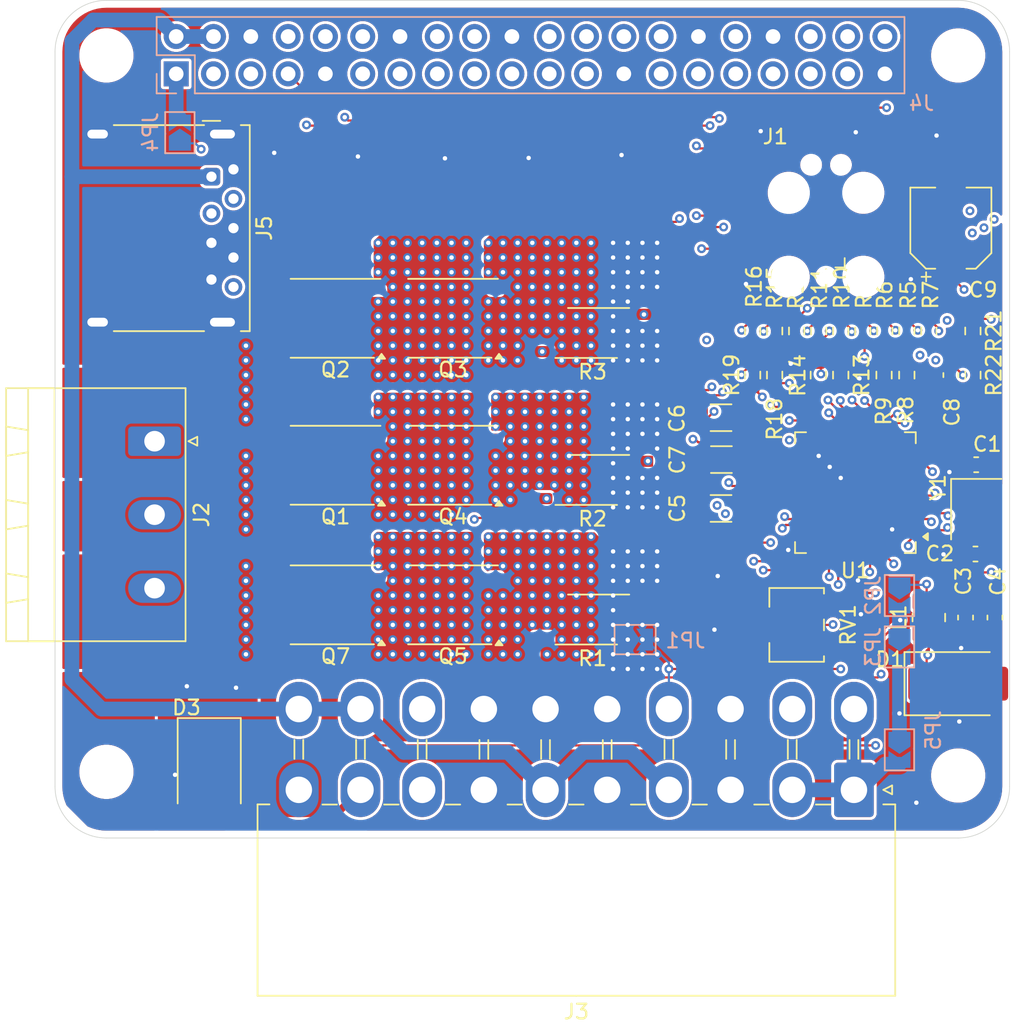
<source format=kicad_pcb>
(kicad_pcb (version 20241229) (generator "pcbnew") (generator_version "9.0")
  (layers (0 "F.Cu" signal) (4 "In1.Cu" signal) (6 "In2.Cu" signal) (2 "B.Cu" signal) (13 "F.Paste" user) (15 "B.Paste" user) (5 "F.SilkS" user "F.Silkscreen") (7 "B.SilkS" user "B.Silkscreen") (1 "F.Mask" user) (3 "B.Mask" user) (25 "Edge.Cuts" user))
  (net 0 "")
  (net 1 "Net-(C1-Pad1)")
  (net 2 "/GND")
  (net 3 "Net-(C2-Pad1)")
  (net 4 "/controller/stspin_3V/+3V3")
  (net 5 "/controller/inverter/BOOT1")
  (net 6 "/controller/inverter/BOOT3")
  (net 7 "/controller/inverter/BOOT2")
  (net 8 "Net-(U1-PA0)")
  (net 9 "/controller/stspin_3V/SW")
  (net 10 "Net-(D3-A)")
  (net 14 "/controller/v_mc")
  (net 15 "/controller/swd_io")
  (net 17 "/controller/swd_clk")
  (net 18 "Net-(Q3-S-Pad1)")
  (net 19 "Net-(Q4-S-Pad1)")
  (net 20 "/+5V")
  (net 22 "Net-(JP5-B)")
  (net 24 "/+12V")
  (net 25 "Net-(Q5-S-Pad1)")
  (net 26 "/+3V3")
  (net 28 "Net-(JP4-B)")
  (net 29 "/controller/inverter/LS1")
  (net 30 "Net-(U1-SCREF)")
  (net 31 "/controller/inverter/LS2")
  (net 32 "/controller/uart_rx")
  (net 33 "/controller/inverter/LS3")
  (net 34 "/controller/inverter/HS3")
  (net 35 "/controller/inverter/HS2")
  (net 36 "/controller/inverter/HS1")
  (net 37 "/controller/shunt1_h")
  (net 38 "/controller/shunt1_l")
  (net 39 "/controller/shunt2_l")
  (net 40 "/controller/shunt2_h")
  (net 41 "/controller/shunt3_h")
  (net 42 "/controller/shunt3_l")
  (net 43 "/controller/boot")
  (net 44 "/controller/shunt-amp/OP+")
  (net 45 "/controller/shunt-amp/OP-")
  (net 46 "/controller/shunt-amp/OPOUT")
  (net 47 "/controller/shunt-amp1/OP+")
  (net 48 "/controller/shunt-amp1/OP-")
  (net 49 "/controller/shunt-amp1/OPOUT")
  (net 50 "/controller/shunt-amp2/OP+")
  (net 51 "/controller/shunt-amp2/OP-")
  (net 52 "/controller/shunt-amp2/OPOUT")
  (net 53 "Net-(U1-PF1)")
  (net 54 "Net-(U1-PF0)")
  (net 61 "/controller/hall_2")
  (net 63 "/controller/reset")
  (net 67 "/controller/uart_tx")
  (net 97 "/power-supply/i2c_scl")
  (net 98 "/power-supply/i2c_sda")
  (net 101 "/controller/phase_u")
  (net 102 "/controller/phase_w")
  (net 103 "/controller/phase_v")
  (net 105 "/controller/hall_1")
  (net 106 "/controller/hall_3")
  (net 107 "/controller/power_on")
  (footprint "Potentiometer_SMD:Potentiometer_Bourns_3224W_Vertical" (layer "F.Cu") (at 150.5 142.5 -90)
    (property "Reference" "RV1")
    (property "Value" "50k")
  )
  (footprint "Resistor_SMD:R_Shunt_Vishay_WSK2512_6332Metric_T1.19mm" (layer "F.Cu") (at 136.6 122.635 180)
    (property "Reference" "R3")
    (property "Value" "0R01")
  )
  (footprint "Diode_SMD:D_SMB" (layer "F.Cu") (at 110.5 152.5 -90)
    (property "Reference" "D3")
    (property "Value" "ER1Q-LTP" (hide yes))
  )
  (footprint "Connector_Molex:Molex_Mini-Fit_Jr_5569-20A2_2x10_P4.20mm_Horizontal" (layer "F.Cu") (at 154.4 153.725 180)
    (property "Reference" "J3")
    (property "Value" "ATX-20" (hide yes))
  )
  (footprint "Package_TO_SOT_SMD:TDSON-8-1" (layer "F.Cu") (at 127.1 141.135 180)
    (property "Reference" "Q5")
    (property "Value" "FDMS86101" (hide yes))
  )
  (footprint "Capacitor_SMD:C_0603_1608Metric" (layer "F.Cu") (at 162 142 -90)
    (property "Reference" "C3")
    (property "Value" "4u7")
  )
  (footprint "Crystal:Crystal_SMD_3225-4Pin_3.2x2.5mm" (layer "F.Cu") (at 162.725 134.625 -90)
    (property "Reference" "Y1")
    (property "Value" "Crystal_GND23_Small" (hide yes))
  )
  (footprint "Capacitor_SMD:C_0603_1608Metric" (layer "F.Cu") (at 162.675 137.675 180)
    (property "Reference" "C2")
    (property "Value" "12p")
  )
  (footprint "Capacitor_SMD:C_1206_3216Metric" (layer "F.Cu") (at 145.35 134.575 180)
    (property "Reference" "C5")
    (property "Value" "1u")
  )
  (footprint "Resistor_SMD:R_0603_1608Metric" (layer "F.Cu") (at 158 122.5 -90)
    (property "Reference" "R5")
    (property "Value" "1k5")
  )
  (footprint "Resistor_SMD:R_0603_1608Metric" (layer "F.Cu") (at 162.5 125.5 -90)
    (property "Reference" "R22")
    (property "Value" "3k3")
  )
  (footprint "Resistor_SMD:R_0603_1608Metric" (layer "F.Cu") (at 153.5 125.5 -90)
    (property "Reference" "R13")
    (property "Value" "30k")
  )
  (footprint "Capacitor_SMD:CP_Elec_5x5.3" (layer "F.Cu") (at 161 115.5 90)
    (property "Reference" "C9")
    (property "Value" "25u")
  )
  (footprint "Resistor_SMD:R_0603_1608Metric" (layer "F.Cu") (at 152 122.5 -90)
    (property "Reference" "R11")
    (property "Value" "1k5")
  )
  (footprint "Inductor_SMD:L_1008_2520Metric" (layer "F.Cu") (at 159.5 142 90)
    (property "Reference" "L1")
    (property "Value" "15u")
  )
  (footprint "Package_TO_SOT_SMD:TDSON-8-1" (layer "F.Cu") (at 127.1 131.635 180)
    (property "Reference" "Q4")
    (property "Value" "FDMS86101" (hide yes))
  )
  (footprint "Resistor_SMD:R_0603_1608Metric" (layer "F.Cu") (at 151.975 125.5 90)
    (property "Reference" "R14")
    (property "Value" "15k")
  )
  (footprint "Package_TO_SOT_SMD:TDSON-8-1" (layer "F.Cu") (at 119.1 131.635 180)
    (property "Reference" "Q1")
    (property "Value" "FDMS86101" (hide yes))
  )
  (footprint "Capacitor_SMD:C_0603_1608Metric" (layer "F.Cu") (at 161 125.5 -90)
    (property "Reference" "C8")
    (property "Value" "100n")
  )
  (footprint "Resistor_SMD:R_0603_1608Metric" (layer "F.Cu") (at 162.5 122.5 -90)
    (property "Reference" "R21")
    (property "Value" "68k")
  )
  (footprint "Resistor_SMD:R_0603_1608Metric" (layer "F.Cu") (at 149 125.5 -90)
    (property "Reference" "R18")
    (property "Value" "30k")
  )
  (footprint "MountingHole:MountingHole_3.2mm_M3" (layer "F.Cu") (at 161.500001 152.75)
    (property "Reference" "REF**" (hide yes))
    (property "Value" "MountingHole_3.2mm_M3" (hide yes))
  )
  (footprint "Package_TO_SOT_SMD:TDSON-8-1" (layer "F.Cu") (at 119.1 141.135 180)
    (property "Reference" "Q7")
    (property "Value" "FDMS86101" (hide yes))
  )
  (footprint "MountingHole:MountingHole_3.2mm_M3" (layer "F.Cu") (at 161.5 103.75)
    (property "Reference" "REF**" (hide yes))
    (property "Value" "MountingHole_3.2mm_M3" (hide yes))
  )
  (footprint "Package_TO_SOT_SMD:TDSON-8-1" (layer "F.Cu") (at 119.1 121.635 180)
    (property "Reference" "Q2")
    (property "Value" "FDMS86101" (hide yes))
  )
  (footprint "Diode_SMD:D_SMB" (layer "F.Cu") (at 161.5 146.5)
    (property "Reference" "D1")
    (property "Value" "ER1Q-LTP" (hide yes))
  )
  (footprint "Resistor_SMD:R_0603_1608Metric" (layer "F.Cu") (at 156.45 125.5 90)
    (property "Reference" "R9")
    (property "Value" "15k")
  )
  (footprint "Resistor_SMD:R_0603_1608Metric" (layer "F.Cu") (at 149 122.5 -90)
    (property "Reference" "R15")
    (property "Value" "1k5")
  )
  (footprint "MountingHole:MountingHole_3.2mm_M3" (layer "F.Cu") (at 103.5 103.75)
    (property "Reference" "REF**" (hide yes))
    (property "Value" "MountingHole_3.2mm_M3" (hide yes))
  )
  (footprint "Resistor_SMD:R_0603_1608Metric" (layer "F.Cu") (at 155 122.5 90)
    (property "Reference" "R12")
    (property "Value" "30k")
  )
  (footprint "Resistor_SMD:R_0603_1608Metric" (layer "F.Cu") (at 147.5 125.5 90)
    (property "Reference" "R19")
    (property "Value" "15k")
  )
  (footprint "MountingHole:MountingHole_3.2mm_M3" (layer "F.Cu") (at 103.5 152.5)
    (property "Reference" "REF**" (hide yes))
    (property "Value" "MountingHole_3.2mm_M3" (hide yes))
  )
  (footprint "Resistor_SMD:R_0603_1608Metric" (layer "F.Cu") (at 158 125.5 -90)
    (property "Reference" "R8")
    (property "Value" "30k")
  )
  (footprint "Capacitor_SMD:C_1206_3216Metric" (layer "F.Cu") (at 145.35 128.4 180)
    (property "Reference" "C6")
    (property "Value" "1u")
  )
  (footprint "Connector_USB:USB3_A_Molex_48393-001" (layer "F.Cu") (at 110.65 112 -90)
    (property "Reference" "J5")
    (property "Value" "USB3_A" (hide yes))
  )
  (footprint "Resistor_SMD:R_0603_1608Metric" (layer "F.Cu") (at 159.5 122.5 90)
    (property "Reference" "R7")
    (property "Value" "30k")
  )
  (footprint "Capacitor_SMD:C_0603_1608Metric" (layer "F.Cu") (at 164 142 -90)
    (property "Reference" "C4")
    (property "Value" "4u7")
  )
  (footprint "Package_DFN_QFN:QFN-64-1EP_8x8mm_P0.4mm_EP6.5x6.5mm" (layer "F.Cu") (at 154.5 133.5 180)
    (property "Reference" "U1")
    (property "Value" "STSPIN32G4" (hide yes))
  )
  (footprint "Resistor_SMD:R_Shunt_Vishay_WSK2512_6332Metric_T1.19mm" (layer "F.Cu") (at 136.6 142.135 180)
    (property "Reference" "R1")
    (property "Value" "0R01")
  )
  (footprint "Connector:Tag-Connect_TC2050-IDC-FP_2x05_P1.27mm_Vertical" (layer "F.Cu") (at 152.5 115 90)
    (property "Reference" "J1")
    (property "Value" "Conn_02x05_Counter_Clockwise" (hide yes))
  )
  (footprint "Resistor_SMD:R_0603_1608Metric" (layer "F.Cu") (at 150.5 122.5 90)
    (property "Reference" "R17")
    (property "Value" "30k")
  )
  (footprint "Connector_Phoenix_MSTB:PhoenixContact_MSTBA_2,5_3-G_1x03_P5.00mm_Horizontal" (layer "F.Cu") (at 106.7775 130 -90)
    (property "Reference" "J2")
    (property "Value" "Conn_01x03_Pin" (hide yes))
  )
  (footprint "Capacitor_SMD:C_0603_1608Metric" (layer "F.Cu") (at 162.725 131.6 180)
    (property "Reference" "C1")
    (property "Value" "12p")
  )
  (footprint "Resistor_SMD:R_Shunt_Vishay_WSK2512_6332Metric_T1.19mm" (layer "F.Cu") (at 136.6 132.635 180)
    (property "Reference" "R2")
    (property "Value" "0R01")
  )
  (footprint "Resistor_SMD:R_0603_1608Metric" (layer "F.Cu") (at 156.5 122.5 -90)
    (property "Reference" "R6")
    (property "Value" "1k5")
  )
  (footprint "Resistor_SMD:R_0603_1608Metric" (layer "F.Cu") (at 147.5 122.5 -90)
    (property "Reference" "R16")
    (property "Value" "1k5")
  )
  (footprint "Capacitor_SMD:C_1206_3216Metric" (layer "F.Cu") (at 145.375 131.25 180)
    (property "Reference" "C7")
    (property "Value" "1u")
  )
  (footprint "Resistor_SMD:R_0603_1608Metric" (layer "F.Cu") (at 153.5 122.5 -90)
    (property "Reference" "R10")
    (property "Value" "1k5")
  )
  (footprint "Package_TO_SOT_SMD:TDSON-8-1" (layer "F.Cu") (at 127.1 121.635 180)
    (property "Reference" "Q3")
    (property "Value" "FDMS86101" (hide yes))
  )
  (footprint "Jumper:SolderJumper-2_P1.3mm_Open_TrianglePad1.0x1.5mm" (layer "B.Cu") (at 157.5 151 -90)
    (property "Reference" "JP5")
    (property "Value" "Jumper_2_Open" (hide yes))
  )
  (footprint "Jumper:SolderJumper-2_P1.3mm_Open_TrianglePad1.0x1.5mm" (layer "B.Cu") (at 139.5 143.5)
    (property "Reference" "JP1")
    (property "Value" "Jumper_2_Open" (hide yes))
  )
  (footprint "Jumper:SolderJumper-2_P1.3mm_Open_TrianglePad1.0x1.5mm" (layer "B.Cu") (at 108.5 109 90)
    (property "Reference" "JP4")
    (property "Value" "Jumper_2_Open" (hide yes))
  )
  (footprint "Connector_PinSocket_2.54mm:PinSocket_2x20_P2.54mm_Vertical" (layer "B.Cu") (at 108.25 105 -90)
    (property "Reference" "J4")
    (property "Value" "Raspberry_Pi_4" (hide yes))
  )
  (footprint "Jumper:SolderJumper-2_P1.3mm_Open_TrianglePad1.0x1.5mm" (layer "B.Cu") (at 157.5 144 -90)
    (property "Reference" "JP3")
    (property "Value" "Jumper_2_Open" (hide yes))
  )
  (footprint "Jumper:SolderJumper-2_P1.3mm_Open_TrianglePad1.0x1.5mm" (layer "B.Cu") (at 157.5 140.5 -90)
    (property "Reference" "JP2")
    (property "Value" "Jumper_2_Open" (hide yes))
  )
  (gr_arc (start 100 103.5) (mid 101.025126 101.025126) (end 103.5 100) (stroke (width 0.05)) (layer "Edge.Cuts"))
  (gr_arc (start 103.5 157) (mid 101.025126 155.974874) (end 100 153.5) (stroke (width 0.05)) (layer "Edge.Cuts"))
  (gr_arc (start 161.5 100) (mid 163.974874 101.025126) (end 165 103.5) (stroke (width 0.05)) (layer "Edge.Cuts"))
  (gr_line (start 100 153.5) (end 100 103.5) (stroke (width 0.05)) (layer "Edge.Cuts"))
  (gr_line (start 165 103.5) (end 165 153.5) (stroke (width 0.05)) (layer "Edge.Cuts"))
  (gr_line (start 161.5 157) (end 103.5 157) (stroke (width 0.05)) (layer "Edge.Cuts"))
  (gr_arc (start 165 153.5) (mid 163.974874 155.974874) (end 161.5 157) (stroke (width 0.05)) (layer "Edge.Cuts"))
  (gr_line (start 103.5 100) (end 161.5 100) (stroke (width 0.05)) (layer "Edge.Cuts"))
  (segment (start 163.575 133.525) (end 163.575 131.675) (width 0.15) (layer "F.Cu") (net 1))
  (segment (start 163.575 131.675) (end 163.5 131.6) (width 0.15) (layer "F.Cu") (net 1))
  (segment (start 152 131) (end 152.75 131.75) (width 0.15) (layer "F.Cu") (net 2))
  (segment (start 157.1 136.1) (end 157 136) (width 0.15) (layer "F.Cu") (net 2))
  (segment (start 157.1 137.45) (end 157.1 136.1) (width 0.15) (layer "F.Cu") (net 2))
  (segment (start 151.5 129.55) (end 151.5 130.5) (width 0.15) (layer "F.Cu") (net 2))
  (segment (start 153.5 132.5) (end 154.5 133.5) (width 0.15) (layer "F.Cu") (net 2))
  (segment (start 151.5 130.5) (end 152 131) (width 0.15) (layer "F.Cu") (net 2))
  (segment (start 161.05 126.325) (end 161 126.275) (width 0.15) (layer "F.Cu") (net 2))
  (segment (start 162.5 126.325) (end 161.05 126.325) (width 0.15) (layer "F.Cu") (net 2))
  (segment (start 157 136) (end 154.5 133.5) (width 0.15) (layer "F.Cu") (net 2))
  (segment (start 152.75 131.75) (end 153.5 132.5) (width 0.15) (layer "F.Cu") (net 2))
  (via (at 138 122.5) (size 0.6) (drill 0.3) (layers "F.Cu" "B.Cu") (net 2))
  (via (at 138 133.5) (size 0.6) (drill 0.3) (layers "F.Cu" "B.Cu") (net 2))
  (via (at 120.625 110.625) (size 0.6) (drill 0.3) (layers "F.Cu" "B.Cu") (net 2))
  (via (at 158.65 154.6) (size 0.6) (drill 0.3) (layers "F.Cu" "B.Cu") (net 2))
  (via (at 138 138.5) (size 0.6) (drill 0.3) (layers "F.Cu" "B.Cu") (net 2))
  (via (at 140 137.5) (size 0.6) (drill 0.3) (layers "F.Cu" "B.Cu") (net 2))
  (via (at 141 145.5) (size 0.6) (drill 0.3) (layers "F.Cu" "B.Cu") (net 2))
  (via (at 139 124.5) (size 0.6) (drill 0.3) (layers "F.Cu" "B.Cu") (net 2))
  (via (at 140 134.5) (size 0.6) (drill 0.3) (layers "F.Cu" "B.Cu") (net 2))
  (via (at 138 129.5) (size 0.6) (drill 0.3) (layers "F.Cu" "B.Cu") (net 2))
  (via (at 138 131.5) (size 0.6) (drill 0.3) (layers "F.Cu" "B.Cu") (net 2))
  (via (at 138 144.5) (size 0.6) (drill 0.3) (layers "F.Cu" "B.Cu") (net 2))
  (via (at 138 116.5) (size 0.6) (drill 0.3) (layers "F.Cu" "B.Cu") (net 2))
  (via (at 140 124.5) (size 0.6) (drill 0.3) (layers "F.Cu" "B.Cu") (net 2))
  (via (at 139 132.5) (size 0.6) (drill 0.3) (layers "F.Cu" "B.Cu") (net 2))
  (via (at 140 142.5) (size 0.6) (drill 0.3) (layers "F.Cu" "B.Cu") (net 2))
  (via (at 114.925 110.375) (size 0.6) (drill 0.3) (layers "F.Cu" "B.Cu") (net 2))
  (via (at 141 122.5) (size 0.6) (drill 0.3) (layers "F.Cu" "B.Cu") (net 2))
  (via (at 140 122.5) (size 0.6) (drill 0.3) (layers "F.Cu" "B.Cu") (net 2))
  (via (at 139 138.5) (size 0.6) (drill 0.3) (layers "F.Cu" "B.Cu") (net 2))
  (via (at 138 120.5) (size 0.6) (drill 0.3) (layers "F.Cu" "B.Cu") (net 2))
  (via (at 140 119.5) (size 0.6) (drill 0.3) (layers "F.Cu" "B.Cu") (net 2))
  (via (at 138 134.5) (size 0.6) (drill 0.3) (layers "F.Cu" "B.Cu") (net 2))
  (via (at 141 139.5) (size 0.6) (drill 0.3) (layers "F.Cu" "B.Cu") (net 2))
  (via (at 160.5 137.7) (size 0.6) (drill 0.3) (layers "F.Cu" "B.Cu") (net 2))
  (via (at 141 127.5) (size 0.6) (drill 0.3) (layers "F.Cu" "B.Cu") (net 2))
  (via (at 160.9 132.1) (size 0.6) (drill 0.3) (layers "F.Cu" "B.Cu") (net 2))
  (via (at 139 120.5) (size 0.6) (drill 0.3) (layers "F.Cu" "B.Cu") (net 2))
  (via (at 141 138.5) (size 0.6) (drill 0.3) (layers "F.Cu" "B.Cu") (net 2))
  (via (at 112.325 146.775) (size 0.6) (drill 0.3) (layers "F.Cu" "B.Cu") (net 2))
  (via (at 140 123.5) (size 0.6) (drill 0.3) (layers "F.Cu" "B.Cu") (net 2))
  (via (at 140 117.5) (size 0.6) (drill 0.3) (layers "F.Cu" "B.Cu") (net 2))
  (via (at 160.025 109.2) (size 0.6) (drill 0.3) (layers "F.Cu" "B.Cu") (net 2))
  (via (at 148.05 108.9) (size 0.6) (drill 0.3) (layers "F.Cu" "B.Cu") (net 2))
  (via (at 139 117.5) (size 0.6) (drill 0.3) (layers "F.Cu" "B.Cu") (net 2))
  (via (at 150.1 124.725) (size 0.6) (drill 0.3) (layers "F.Cu" "B.Cu") (net 2))
  (via (at 161.7 144.075) (size 0.6) (drill 0.3) (layers "F.Cu" "B.Cu") (net 2))
  (via (at 139 128.5) (size 0.6) (drill 0.3) (layers "F.Cu" "B.Cu") (net 2))
  (via (at 154.525 108.975) (size 0.6) (drill 0.3) (layers "F.Cu" "B.Cu") (net 2))
  (via (at 154.775 125.725) (size 0.6) (drill 0.3) (layers "F.Cu" "B.Cu") (net 2))
  (via (at 144.9 142.825) (size 0.6) (drill 0.3) (layers "F.Cu" "B.Cu") (net 2))
  (via (at 132.25 110.725) (size 0.6) (drill 0.3) (layers "F.Cu" "B.Cu") (net 2))
  (via (at 138 127.5) (size 0.6) (drill 0.3) (layers "F.Cu" "B.Cu") (net 2))
  (via (at 138 140.5) (size 0.6) (drill 0.3) (layers "F.Cu" "B.Cu") (net 2))
  (via (at 138 123.5) (size 0.6) (drill 0.3) (layers "F.Cu" "B.Cu") (net 2))
  (via (at 138 121.5) (size 0.6) (drill 0.3) (layers "F.Cu" "B.Cu") (net 2))
  (via (at 149.925 137.4) (size 0.6) (drill 0.3) (layers "F.Cu" "B.Cu") (net 2))
  (via (at 108.175 152.7) (size 0.6) (drill 0.3) (layers "F.Cu" "B.Cu") (net 2))
  (via (at 139 127.5) (size 0.6) (drill 0.3) (layers "F.Cu" "B.Cu") (net 2))
  (via (at 139 118.5) (size 0.6) (drill 0.3) (layers "F.Cu" "B.Cu") (net 2))
  (via (at 140 143.5) (size 0.6) (drill 0.3) (layers "F.Cu" "B.Cu") (net 2))
  (via (at 138 137.5) (size 0.6) (drill 0.3) (layers "F.Cu" "B.Cu") (net 2))
  (via (at 139 143.5) (size 0.6) (drill 0.3) (layers "F.Cu" "B.Cu") (net 2))
  (via (at 140 138.5) (size 0.6) (drill 0.3) (layers "F.Cu" "B.Cu") (net 2))
  (via (at 140 129.5) (size 0.6) (drill 0.3) (layers "F.Cu" "B.Cu") (net 2))
  (via (at 140 145.5) (size 0.6) (drill 0.3) (layers "F.Cu" "B.Cu") (net 2))
  (via (at 158.275 118.975) (size 0.6) (drill 0.3) (layers "F.Cu" "B.Cu") (net 2))
  (via (at 138 142.5) (size 0.6) (drill 0.3) (layers "F.Cu" "B.Cu") (net 2))
  (via (at 141 133.5) (size 0.6) (drill 0.3) (layers "F.Cu" "B.Cu") (net 2))
  (via (at 138 130.5) (size 0.6) (drill 0.3) (layers "F.Cu" "B.Cu") (net 2))
  (via (at 139 130.5) (size 0.6) (drill 0.3) (layers "F.Cu" "B.Cu") (net 2))
  (via (at 139 133.5) (size 0.6) (drill 0.3) (layers "F.Cu" "B.Cu") (net 2))
  (via (at 138 118.5) (size 0.6) (drill 0.3) (layers "F.Cu" "B.Cu") (net 2))
  (via (at 141 137.5) (size 0.6) (drill 0.3) (layers "F.Cu" "B.Cu") (net 2))
  (via (at 139 122.5) (size 0.6) (drill 0.3) (layers "F.Cu" "B.Cu") (net 2))
  (via (at 141 144.5) (size 0.6) (drill 0.3) (layers "F.Cu" "B.Cu") (net 2))
  (via (at 140 132.5) (size 0.6) (drill 0.3) (layers "F.Cu" "B.Cu") (net 2))
  (via (at 108.975 146.675) (size 0.6) (drill 0.3) (layers "F.Cu" "B.Cu") (net 2))
  (via (at 138 139.5) (size 0.6) (drill 0.3) (layers "F.Cu" "B.Cu") (net 2))
  (via (at 141 130.5) (size 0.6) (drill 0.3) (layers "F.Cu" "B.Cu") (net 2))
  (via (at 141 116.5) (size 0.6) (drill 0.3) (layers "F.Cu" "B.Cu") (net 2))
  (via (at 141 128.5) (size 0.6) (drill 0.3) (layers "F.Cu" "B.Cu") (net 2))
  (via (at 141 118.5) (size 0.6) (drill 0.3) (layers "F.Cu" "B.Cu") (net 2))
  (via (at 141 142.5) (size 0.6) (drill 0.3) (layers "F.Cu" "B.Cu") (net 2))
  (via (at 141 117.5) (size 0.6) (drill 0.3) (layers "F.Cu" "B.Cu") (net 2))
  (via (at 139 144.5) (size 0.6) (drill 0.3) (layers "F.Cu" "B.Cu") (net 2))
  (via (at 139 145.5) (size 0.6) (drill 0.3) (layers "F.Cu" "B.Cu") (net 2))
  (via (at 139 139.5) (size 0.6) (drill 0.3) (layers "F.Cu" "B.Cu") (net 2))
  (via (at 139 137.5) (size 0.6) (drill 0.3) (layers "F.Cu" "B.Cu") (net 2))
  (via (at 138 132.5) (size 0.6) (drill 0.3) (layers "F.Cu" "B.Cu") (net 2))
  (via (at 154.875 141.775) (size 0.6) (drill 0.3) (layers "F.Cu" "B.Cu") (net 2))
  (via (at 140 144.5) (size 0.6) (drill 0.3) (layers "F.Cu" "B.Cu") (net 2))
  (via (at 152.75 131.75) (size 0.6) (drill 0.3) (layers "F.Cu" "B.Cu") (net 2))
  (via (at 140 139.5) (size 0.6) (drill 0.3) (layers "F.Cu" "B.Cu") (net 2))
  (via (at 140 133.5) (size 0.6) (drill 0.3) (layers "F.Cu" "B.Cu") (net 2))
  (via (at 141 129.5) (size 0.6) (drill 0.3) (layers "F.Cu" "B.Cu") (net 2))
  (via (at 152 131) (size 0.6) (drill 0.3) (layers "F.Cu" "B.Cu") (net 2))
  (via (at 138 124.5) (size 0.6) (drill 0.3) (layers "F.Cu" "B.Cu") (net 2))
  (via (at 141 123.5) (size 0.6) (drill 0.3) (layers "F.Cu" "B.Cu") (net 2))
  (via (at 157 136) (size 0.6) (drill 0.3) (layers "F.Cu" "B.Cu") (net 2))
  (via (at 153.5 132.5) (size 0.6) (drill 0.3) (layers "F.Cu" "B.Cu") (net 2))
  (via (at 139 142.5) (size 0.6) (drill 0.3) (layers "F.Cu" "B.Cu") (net 2))
  (via (at 138 119.5) (size 0.6) (drill 0.3) (layers "F.Cu" "B.Cu") (net 2))
  (via (at 139 119.5) (size 0.6) (drill 0.3) (layers "F.Cu" "B.Cu") (net 2))
  (via (at 138 128.5) (size 0.6) (drill 0.3) (layers "F.Cu" "B.Cu") (net 2))
  (via (at 140 127.5) (size 0.6) (drill 0.3) (layers "F.Cu" "B.Cu") (net 2))
  (via (at 141 143.5) (size 0.6) (drill 0.3) (layers "F.Cu" "B.Cu") (net 2))
  (via (at 138 117.5) (size 0.6) (drill 0.3) (layers "F.Cu" "B.Cu") (net 2))
  (via (at 138 143.5) (size 0.6) (drill 0.3) (layers "F.Cu" "B.Cu") (net 2))
  (via (at 141 119.5) (size 0.6) (drill 0.3) (layers "F.Cu" "B.Cu") (net 2))
  (via (at 138 141.5) (size 0.6) (drill 0.3) (layers "F.Cu" "B.Cu") (net 2))
  (via (at 141 132.5) (size 0.6) (drill 0.3) (layers "F.Cu" "B.Cu") (net 2))
  (via (at 141 124.5) (size 0.6) (drill 0.3) (layers "F.Cu" "B.Cu") (net 2))
  (via (at 139 129.5) (size 0.6) (drill 0.3) (layers "F.Cu" "B.Cu") (net 2))
  (via (at 139 134.5) (size 0.6) (drill 0.3) (layers "F.Cu" "B.Cu") (net 2))
  (via (at 139 123.5) (size 0.6) (drill 0.3) (layers "F.Cu" "B.Cu") (net 2))
  (via (at 126.55 110.75) (size 0.6) (drill 0.3) (layers "F.Cu" "B.Cu") (net 2))
  (via (at 140 116.5) (size 0.6) (drill 0.3) (layers "F.Cu" "B.Cu") (net 2))
  (via (at 140 118.5) (size 0.6) (drill 0.3) (layers "F.Cu" "B.Cu") (net 2))
  (via (at 138 145.5) (size 0.6) (drill 0.3) (layers "F.Cu" "B.Cu") (net 2))
  (via (at 154.675 139.475) (size 0.6) (drill 0.3) (layers "F.Cu" "B.Cu") (net 2))
  (via (at 141 134.5) (size 0.6) (drill 0.3) (layers "F.Cu" "B.Cu") (net 2))
  (via (at 161.575 149.075) (size 0.6) (drill 0.3) (layers "F.Cu" "B.Cu") (net 2))
  (via (at 138.575 110.525) (size 0.6) (drill 0.3) (layers "F.Cu" "B.Cu") (net 2))
  (via (at 139 116.5) (size 0.6) (drill 0.3) (layers "F.Cu" "B.Cu") (net 2))
  (via (at 147.05 119.3) (size 0.6) (drill 0.3) (layers "F.Cu" "B.Cu") (net 2))
  (via (at 145.125 139.175) (size 0.6) (drill 0.3) (layers "F.Cu" "B.Cu") (net 2))
  (via (at 140 128.5) (size 0.6) (drill 0.3) (layers "F.Cu" "B.Cu") (net 2))
  (segment (start 163.45 137.3) (end 163.45 137.675) (width 0.15) (layer "F.Cu") (net 3))
  (segment (start 161.875 135.725) (end 163.45 137.3) (width 0.15) (layer "F.Cu") (net 3))
  (segment (start 161.897 119.675) (end 161 118.778) (width 0.15) (layer "F.Cu") (net 4))
  (segment (start 159.5 140.925) (end 161.7 140.925) (width 0.15) (layer "F.Cu") (net 4))
  (segment (start 162 141.225) (end 164 141.225) (width 0.15) (layer "F.Cu") (net 4))
  (segment (start 161 118.778) (end 161 117.7) (width 0.15) (layer "F.Cu") (net 4))
  (segment (start 161.7 140.925) (end 162 141.225) (width 0.15) (layer "F.Cu") (net 4))
  (segment (start 159.35 140.775) (end 159.5 140.925) (width 0.15) (layer "F.Cu") (net 4))
  (segment (start 159.35 139.725) (end 159.35 140.775) (width 0.15) (layer "F.Cu") (net 4))
  (via (at 159.35 139.725) (size 0.6) (drill 0.3) (layers "F.Cu" "B.Cu") (net 4))
  (via (at 161.897 119.675) (size 0.6) (drill 0.3) (layers "F.Cu" "B.Cu") (net 4))
  (segment (start 159.3 139.775) (end 159.35 139.725) (width 0.15) (layer "B.Cu") (net 4))
  (segment (start 157.5 139.775) (end 159.3 139.775) (width 0.15) (layer "B.Cu") (net 4))
  (segment (start 150.55 133.7) (end 147.675804 133.7) (width 0.15) (layer "F.Cu") (net 5))
  (segment (start 147.675804 133.7) (end 147.675804 133.724196) (width 0.15) (layer "F.Cu") (net 5))
  (segment (start 147.675804 133.724196) (end 146.825 134.575) (width 0.15) (layer "F.Cu") (net 5))
  (segment (start 146.825 128.822) (end 146.825 128.4) (width 0.15) (layer "F.Cu") (net 6))
  (segment (start 147.69058 129.372) (end 147.375 129.372) (width 0.15) (layer "F.Cu") (net 6))
  (segment (start 150.55 131.3) (end 149.61858 131.3) (width 0.15) (layer "F.Cu") (net 6))
  (segment (start 149.61858 131.3) (end 147.821791 129.50321) (width 0.15) (layer "F.Cu") (net 6))
  (segment (start 147.375 129.372) (end 146.825 128.822) (width 0.15) (layer "F.Cu") (net 6))
  (segment (start 147.821791 129.50321) (end 147.69058 129.372) (width 0.15) (layer "F.Cu") (net 6))
  (segment (start 146.85 131.25) (end 148.1 132.5) (width 0.15) (layer "F.Cu") (net 7))
  (segment (start 148.1 132.5) (end 150.55 132.5) (width 0.15) (layer "F.Cu") (net 7))
  (segment (start 162.45 124.725) (end 162.5 124.675) (width 0.15) (layer "F.Cu") (net 8))
  (segment (start 159.75 132.075) (end 159.375 131.7) (width 0.15) (layer "F.Cu") (net 8))
  (segment (start 161 124.725) (end 162.45 124.725) (width 0.15) (layer "F.Cu") (net 8))
  (segment (start 161.05 124.725) (end 161.825 125.5) (width 0.15) (layer "F.Cu") (net 8))
  (segment (start 161 124.725) (end 161.05 124.725) (width 0.15) (layer "F.Cu") (net 8))
  (segment (start 162.5 124.675) (end 162.5 123.325) (width 0.15) (layer "F.Cu") (net 8))
  (segment (start 159.375 131.7) (end 158.45 131.7) (width 0.15) (layer "F.Cu") (net 8))
  (via (at 159.75 132.075) (size 0.6) (drill 0.3) (layers "F.Cu" "B.Cu") (net 8))
  (via (at 161.825 125.5) (size 0.6) (drill 0.3) (layers "F.Cu" "B.Cu") (net 8))
  (segment (start 159.5 144.475) (end 159.5 144.1) (width 0.15) (layer "F.Cu") (net 9))
  (segment (start 156.7 137.940129) (end 157.109871 138.35) (width 0.15) (layer "F.Cu") (net 9))
  (segment (start 159.35 144.25) (end 159.35 146.5) (width 0.15) (layer "F.Cu") (net 9))
  (segment (start 159.425 144.55) (end 159.5 144.475) (width 0.15) (layer "F.Cu") (net 9))
  (segment (start 159.5 144.1) (end 159.5 143.075) (width 0.15) (layer "F.Cu") (net 9))
  (segment (start 159.5 144.1) (end 159.35 144.25) (width 0.15) (layer "F.Cu") (net 9))
  (segment (start 156.7 137.45) (end 156.7 137.940129) (width 0.15) (layer "F.Cu") (net 9))
  (via (at 159.425 144.55) (size 0.6) (drill 0.3) (layers "F.Cu" "B.Cu") (net 9))
  (via (at 157.109871 138.35) (size 0.6) (drill 0.3) (layers "F.Cu" "B.Cu") (net 9))
  (segment (start 120.8 153.725) (end 118.499 156.026) (width 0.5) (layer "F.Cu") (net 10))
  (segment (start 111.876 156.026) (end 110.5 154.65) (width 0.5) (layer "F.Cu") (net 10))
  (segment (start 118.499 156.026) (end 111.876 156.026) (width 0.5) (layer "F.Cu") (net 10))
  (segment (start 153.135 113.73) (end 153.8047 114.3997) (width 0.15) (layer "F.Cu") (net 14))
  (segment (start 151.95 143.75) (end 155.977 143.75) (width 0.15) (layer "F.Cu") (net 14))
  (segment (start 153.8047 116.9397) (end 153.135 116.27) (width 0.15) (layer "F.Cu") (net 14))
  (segment (start 151.975 120.2) (end 153.525 120.2) (width 0.15) (layer "F.Cu") (net 14))
  (segment (start 153.5 129.55) (end 153.5 128.881628) (width 0.15) (layer "F.Cu") (net 14))
  (segment (start 158.1 136.85) (end 158.45 136.5) (width 0.15) (layer "F.Cu") (net 14))
  (segment (start 153.8047 114.3997) (end 153.8047 115.6003) (width 0.15) (layer "F.Cu") (net 14))
  (segment (start 158.45 136.1) (end 158.45 136.5) (width 0.15) (layer "F.Cu") (net 14))
  (segment (start 159.5 121.675) (end 159.5 121.725) (width 0.15) (layer "F.Cu") (net 14))
  (segment (start 153.8047 117.817399) (end 153.8047 116.9397) (width 0.15) (layer "F.Cu") (net 14))
  (segment (start 150.5 121.675) (end 151.225 120.95) (width 0.15) (layer "F.Cu") (net 14))
  (segment (start 158.1 137.124415) (end 158.1 136.85) (width 0.15) (layer "F.Cu") (net 14))
  (segment (start 153.8047 115.6003) (end 153.135 116.27) (width 0.15) (layer "F.Cu") (net 14))
  (segment (start 153.525 120.2) (end 153.525 118.097099) (width 0.15) (layer "F.Cu") (net 14))
  (segment (start 160.175 122.35) (end 159.5 121.675) (width 0.15) (layer "F.Cu") (net 14))
  (segment (start 160.175 122.5) (end 160.175 122.35) (width 0.15) (layer "F.Cu") (net 14))
  (segment (start 153.525 118.097099) (end 153.8047 117.817399) (width 0.15) (layer "F.Cu") (net 14))
  (segment (start 155 121.675) (end 153.525 120.2) (width 0.15) (layer "F.Cu") (net 14))
  (segment (start 155.749 122.486793) (end 155.749 122.424) (width 0.15) (layer "F.Cu") (net 14))
  (segment (start 155.749 122.424) (end 155 121.675) (width 0.15) (layer "F.Cu") (net 14))
  (segment (start 155.977 143.75) (end 157.552 142.175) (width 0.15) (layer "F.Cu") (net 14))
  (segment (start 153.5 128.881628) (end 152.684186 128.065814) (width 0.15) (layer "F.Cu") (net 14))
  (segment (start 151.225 120.95) (end 151.975 120.2) (width 0.15) (layer "F.Cu") (net 14))
  (segment (start 153.5 129.55) (end 153.9 129.55) (width 0.15) (layer "F.Cu") (net 14))
  (via (at 151.225 120.95) (size 0.6) (drill 0.3) (layers "F.Cu" "B.Cu") (net 14))
  (via (at 160.175 122.5) (size 0.6) (drill 0.3) (layers "F.Cu" "B.Cu") (net 14))
  (via (at 155.749 122.486793) (size 0.6) (drill 0.3) (layers "F.Cu" "B.Cu") (net 14))
  (via (at 158.1 137.124415) (size 0.6) (drill 0.3) (layers "F.Cu" "B.Cu") (net 14))
  (via (at 157.552 142.175) (size 0.6) (drill 0.3) (layers "F.Cu" "B.Cu") (net 14))
  (via (at 152.684186 128.065814) (size 0.6) (drill 0.3) (layers "F.Cu" "B.Cu") (net 14))
  (segment (start 157.5 143.275) (end 157.5 141.480903) (width 1) (layer "B.Cu") (net 14))
  (segment (start 151.5 137.45) (end 150.782773 138.167227) (width 0.15) (layer "F.Cu") (net 15))
  (segment (start 152.3053 111.6303) (end 153.135 112.46) (width 0.15) (layer "F.Cu") (net 15))
  (segment (start 143.674 109.9) (end 143.849 110.075) (width 0.15) (layer "F.Cu") (net 15))
  (segment (start 143.849 110.075) (end 151.825 110.075) (width 0.15) (layer "F.Cu") (net 15))
  (segment (start 150.782773 138.167227) (end 147.574 138.167227) (width 0.15) (layer "F.Cu") (net 15))
  (segment (start 151.825 110.075) (end 152.3053 110.5553) (width 0.15) (layer "F.Cu") (net 15))
  (segment (start 152.3053 110.5553) (end 152.3053 111.6303) (width 0.15) (layer "F.Cu") (net 15))
  (via (at 147.574 138.167227) (size 0.6) (drill 0.3) (layers "F.Cu" "B.Cu") (net 15))
  (via (at 143.674 109.9) (size 0.6) (drill 0.3) (layers "F.Cu" "B.Cu") (net 15))
  (segment (start 148.225 138.775) (end 151.08542 138.775) (width 0.15) (layer "F.Cu") (net 17))
  (segment (start 150.945 114.65) (end 143.674 114.65) (width 0.15) (layer "F.Cu") (net 17))
  (segment (start 151.9 137.96042) (end 151.9 137.45) (width 0.15) (layer "F.Cu") (net 17))
  (segment (start 151.08542 138.775) (end 151.9 137.96042) (width 0.15) (layer "F.Cu") (net 17))
  (segment (start 151.865 113.73) (end 150.945 114.65) (width 0.15) (layer "F.Cu") (net 17))
  (via (at 148.225 138.775) (size 0.6) (drill 0.3) (layers "F.Cu" "B.Cu") (net 17))
  (via (at 143.674 114.65) (size 0.6) (drill 0.3) (layers "F.Cu" "B.Cu") (net 17))
  (via (at 132.5 118.5) (size 0.6) (drill 0.3) (layers "F.Cu" "B.Cu") (net 18))
  (via (at 133.5 116.5) (size 0.6) (drill 0.3) (layers "F.Cu" "B.Cu") (net 18))
  (via (at 132.5 121.5) (size 0.6) (drill 0.3) (layers "F.Cu" "B.Cu") (net 18))
  (via (at 136.5 117.5) (size 0.6) (drill 0.3) (layers "F.Cu" "B.Cu") (net 18))
  (via (at 135.5 124.5) (size 0.6) (drill 0.3) (layers "F.Cu" "B.Cu") (net 18))
  (via (at 132.5 122.5) (size 0.6) (drill 0.3) (layers "F.Cu" "B.Cu") (net 18))
  (via (at 131.5 117.5) (size 0.6) (drill 0.3) (layers "F.Cu" "B.Cu") (net 18))
  (via (at 133.5 117.5) (size 0.6) (drill 0.3) (layers "F.Cu" "B.Cu") (net 18))
  (via (at 135.5 119.5) (size 0.6) (drill 0.3) (layers "F.Cu" "B.Cu") (net 18))
  (via (at 136.5 120.5) (size 0.6) (drill 0.3) (layers "F.Cu" "B.Cu") (net 18))
  (via (at 132.5 116.5) (size 0.6) (drill 0.3) (layers "F.Cu" "B.Cu") (net 18))
  (via (at 129.5 117.5) (size 0.6) (drill 0.3) (layers "F.Cu" "B.Cu") (net 18))
  (via (at 131.5 119.5) (size 0.6) (drill 0.3) (layers "F.Cu" "B.Cu") (net 18))
  (via (at 131.5 120.5) (size 0.6) (drill 0.3) (layers "F.Cu" "B.Cu") (net 18))
  (via (at 130.5 120.5) (size 0.6) (drill 0.3) (layers "F.Cu" "B.Cu") (net 18))
  (via (at 129.5 122.5) (size 0.6) (drill 0.3) (layers "F.Cu" "B.Cu") (net 18))
  (via (at 129.5 116.5) (size 0.6) (drill 0.3) (layers "F.Cu" "B.Cu") (net 18))
  (via (at 135.5 116.5) (size 0.6) (drill 0.3) (layers "F.Cu" "B.Cu") (net 18))
  (via (at 136.5 119.5) (size 0.6) (drill 0.3) (layers "F.Cu" "B.Cu") (net 18))
  (via (at 136.5 121.5) (size 0.6) (drill 0.3) (layers "F.Cu" "B.Cu") (net 18))
  (via (at 130.5 122.5) (size 0.6) (drill 0.3) (layers "F.Cu" "B.Cu") (net 18))
  (via (at 132.5 120.5) (size 0.6) (drill 0.3) (layers "F.Cu" "B.Cu") (net 18))
  (via (at 135.5 120.5) (size 0.6) (drill 0.3) (layers "F.Cu" "B.Cu") (net 18))
  (via (at 134.5 117.5) (size 0.6) (drill 0.3) (layers "F.Cu" "B.Cu") (net 18))
  (via (at 131.5 121.5) (size 0.6) (drill 0.3) (layers "F.Cu" "B.Cu") (net 18))
  (via (at 133.5 119.5) (size 0.6) (drill 0.3) (layers "F.Cu" "B.Cu") (net 18))
  (via (at 130.5 118.5) (size 0.6) (drill 0.3) (layers "F.Cu" "B.Cu") (net 18))
  (via (at 134.5 124.5) (size 0.6) (drill 0.3) (layers "F.Cu" "B.Cu") (net 18))
  (via (at 136.5 118.5) (size 0.6) (drill 0.3) (layers "F.Cu" "B.Cu") (net 18))
  (via (at 130.5 117.5) (size 0.6) (drill 0.3) (layers "F.Cu" "B.Cu") (net 18))
  (via (at 134.5 123.5) (size 0.6) (drill 0.3) (layers "F.Cu" "B.Cu") (net 18))
  (via (at 129.5 121.5) (size 0.6) (drill 0.3) (layers "F.Cu" "B.Cu") (net 18))
  (via (at 133.5 118.5) (size 0.6) (drill 0.3) (layers "F.Cu" "B.Cu") (net 18))
  (via (at 136.5 122.5) (size 0.6) (drill 0.3) (layers "F.Cu" "B.Cu") (net 18))
  (via (at 134.5 119.5) (size 0.6) (drill 0.3) (layers "F.Cu" "B.Cu") (net 18))
  (via (at 135.5 121.5) (size 0.6) (drill 0.3) (layers "F.Cu" "B.Cu") (net 18))
  (via (at 136.5 124.5) (size 0.6) (drill 0.3) (layers "F.Cu" "B.Cu") (net 18))
  (via (at 135.5 117.5) (size 0.6) (drill 0.3) (layers "F.Cu" "B.Cu") (net 18))
  (via (at 136.5 116.5) (size 0.6) (drill 0.3) (layers "F.Cu" "B.Cu") (net 18))
  (via (at 129.5 118.5) (size 0.6) (drill 0.3) (layers "F.Cu" "B.Cu") (net 18))
  (via (at 131.5 123.5) (size 0.6) (drill 0.3) (layers "F.Cu" "B.Cu") (net 18))
  (via (at 133.5 121.5) (size 0.6) (drill 0.3) (layers "F.Cu" "B.Cu") (net 18))
  (via (at 136.5 123.5) (size 0.6) (drill 0.3) (layers "F.Cu" "B.Cu") (net 18))
  (via (at 135.5 122.5) (size 0.6) (drill 0.3) (layers "F.Cu" "B.Cu") (net 18))
  (via (at 129.5 120.5) (size 0.6) (drill 0.3) (layers "F.Cu" "B.Cu") (net 18))
  (via (at 130.5 116.5) (size 0.6) (drill 0.3) (layers "F.Cu" "B.Cu") (net 18))
  (via (at 131.5 124.5) (size 0.6) (drill 0.3) (layers "F.Cu" "B.Cu") (net 18))
  (via (at 132.5 119.5) (size 0.6) (drill 0.3) (layers "F.Cu" "B.Cu") (net 18))
  (via (at 132.5 117.5) (size 0.6) (drill 0.3) (layers "F.Cu" "B.Cu") (net 18))
  (via (at 134.5 121.5) (size 0.6) (drill 0.3) (layers "F.Cu" "B.Cu") (net 18))
  (via (at 134.5 116.5) (size 0.6) (drill 0.3) (layers "F.Cu" "B.Cu") (net 18))
  (via (at 134.5 120.5) (size 0.6) (drill 0.3) (layers "F.Cu" "B.Cu") (net 18))
  (via (at 134.5 122.5) (size 0.6) (drill 0.3) (layers "F.Cu" "B.Cu") (net 18))
  (via (at 135.5 118.5) (size 0.6) (drill 0.3) (layers "F.Cu" "B.Cu") (net 18))
  (via (at 131.5 116.5) (size 0.6) (drill 0.3) (layers "F.Cu" "B.Cu") (net 18))
  (via (at 133.5 120.5) (size 0.6) (drill 0.3) (layers "F.Cu" "B.Cu") (net 18))
  (via (at 134.5 118.5) (size 0.6) (drill 0.3) (layers "F.Cu" "B.Cu") (net 18))
  (via (at 129.5 123.5) (size 0.6) (drill 0.3) (layers "F.Cu" "B.Cu") (net 18))
  (via (at 130.5 124.5) (size 0.6) (drill 0.3) (layers "F.Cu" "B.Cu") (net 18))
  (via (at 131.5 118.5) (size 0.6) (drill 0.3) (layers "F.Cu" "B.Cu") (net 18))
  (via (at 133.5 122.5) (size 0.6) (drill 0.3) (layers "F.Cu" "B.Cu") (net 18))
  (via (at 130.5 121.5) (size 0.6) (drill 0.3) (layers "F.Cu" "B.Cu") (net 18))
  (via (at 129.5 124.5) (size 0.6) (drill 0.3) (layers "F.Cu" "B.Cu") (net 18))
  (via (at 131.5 122.5) (size 0.6) (drill 0.3) (layers "F.Cu" "B.Cu") (net 18))
  (via (at 130.5 123.5) (size 0.6) (drill 0.3) (layers "F.Cu" "B.Cu") (net 18))
  (via (at 135.5 123.5) (size 0.6) (drill 0.3) (layers "F.Cu" "B.Cu") (net 18))
  (via (at 134 131) (size 0.6) (drill 0.3) (layers "F.Cu" "B.Cu") (net 19))
  (via (at 134 127) (size 0.6) (drill 0.3) (layers "F.Cu" "B.Cu") (net 19))
  (via (at 133 130) (size 0.6) (drill 0.3) (layers "F.Cu" "B.Cu") (net 19))
  (via (at 136 132) (size 0.6) (drill 0.3) (layers "F.Cu" "B.Cu") (net 19))
  (via (at 136 131) (size 0.6) (drill 0.3) (layers "F.Cu" "B.Cu") (net 19))
  (via (at 133 132) (size 0.6) (drill 0.3) (layers "F.Cu" "B.Cu") (net 19))
  (via (at 130 131) (size 0.6) (drill 0.3) (layers "F.Cu" "B.Cu") (net 19))
  (via (at 133 133) (size 0.6) (drill 0.3) (layers "F.Cu" "B.Cu") (net 19))
  (via (at 130 128) (size 0.6) (drill 0.3) (layers "F.Cu" "B.Cu") (net 19))
  (via (at 131 130) (size 0.6) (drill 0.3) (layers "F.Cu" "B.Cu") (net 19))
  (via (at 130 127) (size 0.6) (drill 0.3) (layers "F.Cu" "B.Cu") (net 19))
  (via (at 135 133) (size 0.6) (drill 0.3) (layers "F.Cu" "B.Cu") (net 19))
  (via (at 130 129) (size 0.6) (drill 0.3) (layers "F.Cu" "B.Cu") (net 19))
  (via (at 131 131) (size 0.6) (drill 0.3) (layers "F.Cu" "B.Cu") (net 19))
  (via (at 135 129) (size 0.6) (drill 0.3) (layers "F.Cu" "B.Cu") (net 19))
  (via (at 133 127) (size 0.6) (drill 0.3) (layers "F.Cu" "B.Cu") (net 19))
  (via (at 135 127) (size 0.6) (drill 0.3) (layers "F.Cu" "B.Cu") (net 19))
  (via (at 131 129) (size 0.6) (drill 0.3) (layers "F.Cu" "B.Cu") (net 19))
  (via (at 136 130) (size 0.6) (drill 0.3) (layers "F.Cu" "B.Cu") (net 19))
  (via (at 134 128) (size 0.6) (drill 0.3) (layers "F.Cu" "B.Cu") (net 19))
  (via (at 135 134) (size 0.6) (drill 0.3) (layers "F.Cu" "B.Cu") (net 19))
  (via (at 132 130) (size 0.6) (drill 0.3) (layers "F.Cu" "B.Cu") (net 19))
  (via (at 131 128) (size 0.6) (drill 0.3) (layers "F.Cu" "B.Cu") (net 19))
  (via (at 132 131) (size 0.6) (drill 0.3) (layers "F.Cu" "B.Cu") (net 19))
  (via (at 134 133) (size 0.6) (drill 0.3) (layers "F.Cu" "B.Cu") (net 19))
  (via (at 133 131) (size 0.6) (drill 0.3) (layers "F.Cu" "B.Cu") (net 19))
  (via (at 131 127) (size 0.6) (drill 0.3) (layers "F.Cu" "B.Cu") (net 19))
  (via (at 131 132) (size 0.6) (drill 0.3) (layers "F.Cu" "B.Cu") (net 19))
  (via (at 131 133) (size 0.6) (drill 0.3) (layers "F.Cu" "B.Cu") (net 19))
  (via (at 136 127) (size 0.6) (drill 0.3) (layers "F.Cu" "B.Cu") (net 19))
  (via (at 134 130) (size 0.6) (drill 0.3) (layers "F.Cu" "B.Cu") (net 19))
  (via (at 134 129) (size 0.6) (drill 0.3) (layers "F.Cu" "B.Cu") (net 19))
  (via (at 136 133) (size 0.6) (drill 0.3) (layers "F.Cu" "B.Cu") (net 19))
  (via (at 131 134) (size 0.6) (drill 0.3) (layers "F.Cu" "B.Cu") (net 19))
  (via (at 132 127) (size 0.6) (drill 0.3) (layers "F.Cu" "B.Cu") (net 19))
  (via (at 134 132) (size 0.6) (drill 0.3) (layers "F.Cu" "B.Cu") (net 19))
  (via (at 135 128) (size 0.6) (drill 0.3) (layers "F.Cu" "B.Cu") (net 19))
  (via (at 133 129) (size 0.6) (drill 0.3) (layers "F.Cu" "B.Cu") (net 19))
  (via (at 135 132) (size 0.6) (drill 0.3) (layers "F.Cu" "B.Cu") (net 19))
  (via (at 136 128) (size 0.6) (drill 0.3) (layers "F.Cu" "B.Cu") (net 19))
  (via (at 135 130) (size 0.6) (drill 0.3) (layers "F.Cu" "B.Cu") (net 19))
  (via (at 133 128) (size 0.6) (drill 0.3) (layers "F.Cu" "B.Cu") (net 19))
  (via (at 132 129) (size 0.6) (drill 0.3) (layers "F.Cu" "B.Cu") (net 19))
  (via (at 136 134) (size 0.6) (drill 0.3) (layers "F.Cu" "B.Cu") (net 19))
  (via (at 132 128) (size 0.6) (drill 0.3) (layers "F.Cu" "B.Cu") (net 19))
  (via (at 135 131) (size 0.6) (drill 0.3) (layers "F.Cu" "B.Cu") (net 19))
  (via (at 132 132) (size 0.6) (drill 0.3) (layers "F.Cu" "B.Cu") (net 19))
  (via (at 130 132) (size 0.6) (drill 0.3) (layers "F.Cu" "B.Cu") (net 19))
  (via (at 130 134) (size 0.6) (drill 0.3) (layers "F.Cu" "B.Cu") (net 19))
  (via (at 130 133) (size 0.6) (drill 0.3) (layers "F.Cu" "B.Cu") (net 19))
  (via (at 136 129) (size 0.6) (drill 0.3) (layers "F.Cu" "B.Cu") (net 19))
  (via (at 132 133) (size 0.6) (drill 0.3) (layers "F.Cu" "B.Cu") (net 19))
  (segment (start 110.65 112) (end 101.149 112) (width 1) (layer "B.Cu") (net 20))
  (segment (start 101.149 112) (end 101.149 102.776184) (width 1) (layer "B.Cu") (net 20))
  (segment (start 102.588213 101.336971) (end 107.126971 101.336971) (width 1) (layer "B.Cu") (net 20))
  (segment (start 123.749 151.174) (end 120.8 148.225) (width 1) (layer "B.Cu") (net 20))
  (segment (start 133.4 153.725) (end 135.951 151.174) (width 1) (layer "B.Cu") (net 20))
  (segment (start 101.149 102.776184) (end 102.588213 101.336971) (width 1) (layer "B.Cu") (net 20))
  (segment (start 101.149 112) (end 101.149 146.199) (width 1) (layer "B.Cu") (net 20))
  (segment (start 135.951 151.174) (end 139.249 151.174) (width 1) (layer "B.Cu") (net 20))
  (segment (start 130.849 151.174) (end 123.749 151.174) (width 1) (layer "B.Cu") (net 20))
  (segment (start 107.126971 101.336971) (end 108.25 102.46) (width 1) (layer "B.Cu") (net 20))
  (segment (start 108.25 102.46) (end 110.79 102.46) (width 1) (layer "B.Cu") (net 20))
  (segment (start 133.4 153.725) (end 130.849 151.174) (width 1) (layer "B.Cu") (net 20))
  (segment (start 103.175 148.225) (end 120.8 148.225) (width 1) (layer "B.Cu") (net 20))
  (segment (start 101.149 146.199) (end 103.175 148.225) (width 1) (layer "B.Cu") (net 20))
  (segment (start 139.249 151.174) (end 141.8 153.725) (width 1) (layer "B.Cu") (net 20))
  (segment (start 154.4 153.725) (end 154.775 153.725) (width 1) (layer "B.Cu") (net 22))
  (segment (start 156.519097 151.980903) (end 157.5 151.980903) (width 1) (layer "B.Cu") (net 22))
  (segment (start 150.2 153.725) (end 154.4 153.725) (width 1) (layer "B.Cu") (net 22))
  (segment (start 154.775 153.725) (end 156.519097 151.980903) (width 1) (layer "B.Cu") (net 22))
  (segment (start 154.4 153.725) (end 154.4 148.225) (width 1) (layer "B.Cu") (net 22))
  (segment (start 162.5 121.675) (end 163.725 121.675) (width 0.15) (layer "F.Cu") (net 24))
  (segment (start 156.3 138.354717) (end 156.871283 138.926) (width 0.15) (layer "F.Cu") (net 24))
  (segment (start 158.475 138.926) (end 158.924 138.926) (width 0.15) (layer "F.Cu") (net 24))
  (segment (start 158.475 138.926) (end 163.724 138.926) (width 0.15) (layer "F.Cu") (net 24))
  (segment (start 157.5 137.45) (end 157.725 137.675) (width 0.15) (layer "F.Cu") (net 24))
  (segment (start 119.625 150.7) (end 155.875 150.7) (width 0.15) (layer "F.Cu") (net 24))
  (segment (start 156.871283 138.926) (end 157.725 138.926) (width 0.15) (layer "F.Cu") (net 24))
  (segment (start 163.725 121.675) (end 163.75 121.7) (width 0.15) (layer "F.Cu") (net 24))
  (segment (start 157.725 138.926) (end 158.475 138.926) (width 0.15) (layer "F.Cu") (net 24))
  (segment (start 116.6 153.725) (end 119.625 150.7) (width 0.15) (layer "F.Cu") (net 24))
  (segment (start 156.3 137.45) (end 156.3 138.354717) (width 0.15) (layer "F.Cu") (net 24))
  (segment (start 110.5 150.35) (end 113.225 150.35) (width 0.5) (layer "F.Cu") (net 24))
  (segment (start 163.724 138.926) (end 163.75 138.9) (width 0.15) (layer "F.Cu") (net 24))
  (segment (start 158.924 138.926) (end 158.95 138.9) (width 0.15) (layer "F.Cu") (net 24))
  (segment (start 113.225 150.35) (end 116.6 153.725) (width 0.5) (layer "F.Cu") (net 24))
  (segment (start 157.725 137.675) (end 157.725 138.926) (width 0.15) (layer "F.Cu") (net 24))
  (via (at 163.75 121.7) (size 0.6) (drill 0.3) (layers "F.Cu" "B.Cu") (net 24))
  (via (at 155.875 150.7) (size 0.6) (drill 0.3) (layers "F.Cu" "B.Cu") (net 24))
  (via (at 163.75 138.9) (size 0.6) (drill 0.3) (layers "F.Cu" "B.Cu") (net 24))
  (via (at 132.5 136.5) (size 0.6) (drill 0.3) (layers "F.Cu" "B.Cu") (net 25))
  (via (at 134.5 139.5) (size 0.6) (drill 0.3) (layers "F.Cu" "B.Cu") (net 25))
  (via (at 131.5 136.5) (size 0.6) (drill 0.3) (layers "F.Cu" "B.Cu") (net 25))
  (via (at 134.5 142.5) (size 0.6) (drill 0.3) (layers "F.Cu" "B.Cu") (net 25))
  (via (at 133.5 136.5) (size 0.6) (drill 0.3) (layers "F.Cu" "B.Cu") (net 25))
  (via (at 129.5 138.5) (size 0.6) (drill 0.3) (layers "F.Cu" "B.Cu") (net 25))
  (via (at 130.5 140.5) (size 0.6) (drill 0.3) (layers "F.Cu" "B.Cu") (net 25))
  (via (at 135.5 143.5) (size 0.6) (drill 0.3) (layers "F.Cu" "B.Cu") (net 25))
  (via (at 129.5 136.5) (size 0.6) (drill 0.3) (layers "F.Cu" "B.Cu") (net 25))
  (via (at 131.5 144.5) (size 0.6) (drill 0.3) (layers "F.Cu" "B.Cu") (net 25))
  (via (at 136.5 142.5) (size 0.6) (drill 0.3) (layers "F.Cu" "B.Cu") (net 25))
  (via (at 131.5 137.5) (size 0.6) (drill 0.3) (layers "F.Cu" "B.Cu") (net 25))
  (via (at 135.5 138.5) (size 0.6) (drill 0.3) (layers "F.Cu" "B.Cu") (net 25))
  (via (at 136.5 137.5) (size 0.6) (drill 0.3) (layers "F.Cu" "B.Cu") (net 25))
  (via (at 134.5 138.5) (size 0.6) (drill 0.3) (layers "F.Cu" "B.Cu") (net 25))
  (via (at 129.5 144.5) (size 0.6) (drill 0.3) (layers "F.Cu" "B.Cu") (net 25))
  (via (at 135.5 142.5) (size 0.6) (drill 0.3) (layers "F.Cu" "B.Cu") (net 25))
  (via (at 134.5 144.5) (size 0.6) (drill 0.3) (layers "F.Cu" "B.Cu") (net 25))
  (via (at 136.5 140.5) (size 0.6) (drill 0.3) (layers "F.Cu" "B.Cu") (net 25))
  (via (at 130.5 136.5) (size 0.6) (drill 0.3) (layers "F.Cu" "B.Cu") (net 25))
  (via (at 136.5 138.5) (size 0.6) (drill 0.3) (layers "F.Cu" "B.Cu") (net 25))
  (via (at 129.5 143.5) (size 0.6) (drill 0.3) (layers "F.Cu" "B.Cu") (net 25))
  (via (at 135.5 140.5) (size 0.6) (drill 0.3) (layers "F.Cu" "B.Cu") (net 25))
  (via (at 131.5 138.5) (size 0.6) (drill 0.3) (layers "F.Cu" "B.Cu") (net 25))
  (via (at 133.5 138.5) (size 0.6) (drill 0.3) (layers "F.Cu" "B.Cu") (net 25))
  (via (at 133.5 141.5) (size 0.6) (drill 0.3) (layers "F.Cu" "B.Cu") (net 25))
  (via (at 136.5 141.5) (size 0.6) (drill 0.3) (layers "F.Cu" "B.Cu") (net 25))
  (via (at 133.5 137.5) (size 0.6) (drill 0.3) (layers "F.Cu" "B.Cu") (net 25))
  (via (at 130.5 141.5) (size 0.6) (drill 0.3) (layers "F.Cu" "B.Cu") (net 25))
  (via (at 131.5 141.5) (size 0.6) (drill 0.3) (layers "F.Cu" "B.Cu") (net 25))
  (via (at 131.5 139.5) (size 0.6) (drill 0.3) (layers "F.Cu" "B.Cu") (net 25))
  (via (at 133.5 140.5) (size 0.6) (drill 0.3) (layers "F.Cu" "B.Cu") (net 25))
  (via (at 135.5 139.5) (size 0.6) (drill 0.3) (layers "F.Cu" "B.Cu") (net 25))
  (via (at 131.5 140.5) (size 0.6) (drill 0.3) (layers "F.Cu" "B.Cu") (net 25))
  (via (at 134.5 141.5) (size 0.6) (drill 0.3) (layers "F.Cu" "B.Cu") (net 25))
  (via (at 130.5 143.5) (size 0.6) (drill 0.3) (layers "F.Cu" "B.Cu") (net 25))
  (via (at 130.5 144.5) (size 0.6) (drill 0.3) (layers "F.Cu" "B.Cu") (net 25))
  (via (at 136.5 144.5) (size 0.6) (drill 0.3) (layers "F.Cu" "B.Cu") (net 25))
  (via (at 135.5 141.5) (size 0.6) (drill 0.3) (layers "F.Cu" "B.Cu") (net 25))
  (via (at 136.5 139.5) (size 0.6) (drill 0.3) (layers "F.Cu" "B.Cu") (net 25))
  (via (at 132.5 137.5) (size 0.6) (drill 0.3) (layers "F.Cu" "B.Cu") (net 25))
  (via (at 133.5 144.5) (size 0.6) (drill 0.3) (layers "F.Cu" "B.Cu") (net 25))
  (via (at 136.5 136.5) (size 0.6) (drill 0.3) (layers "F.Cu" "B.Cu") (net 25))
  (via (at 134.5 137.5) (size 0.6) (drill 0.3) (layers "F.Cu" "B.Cu") (net 25))
  (via (at 135.5 144.5) (size 0.6) (drill 0.3) (layers "F.Cu" "B.Cu") (net 25))
  (via (at 129.5 141.5) (size 0.6) (drill 0.3) (layers "F.Cu" "B.Cu") (net 25))
  (via (at 129.5 137.5) (size 0.6) (drill 0.3) (layers "F.Cu" "B.Cu") (net 25))
  (via (at 129.5 142.5) (size 0.6) (drill 0.3) (layers "F.Cu" "B.Cu") (net 25))
  (via (at 134.5 143.5) (size 0.6) (drill 0.3) (layers "F.Cu" "B.Cu") (net 25))
  (via (at 131.5 143.5) (size 0.6) (drill 0.3) (layers "F.Cu" "B.Cu") (net 25))
  (via (at 131.5 142.5) (size 0.6) (drill 0.3) (layers "F.Cu" "B.Cu") (net 25))
  (via (at 132.5 142.5) (size 0.6) (drill 0.3) (layers "F.Cu" "B.Cu") (net 25))
  (via (at 130.5 142.5) (size 0.6) (drill 0.3) (layers "F.Cu" "B.Cu") (net 25))
  (via (at 133.5 139.5) (size 0.6) (drill 0.3) (layers "F.Cu" "B.Cu") (net 25))
  (via (at 132.5 141.5) (size 0.6) (drill 0.3) (layers "F.Cu" "B.Cu") (net 25))
  (via (at 132.5 138.5) (size 0.6) (drill 0.3) (layers "F.Cu" "B.Cu") (net 25))
  (via (at 130.5 137.5) (size 0.6) (drill 0.3) (layers "F.Cu" "B.Cu") (net 25))
  (via (at 134.5 136.5) (size 0.6) (drill 0.3) (layers "F.Cu" "B.Cu") (net 25))
  (via (at 134.5 140.5) (size 0.6) (drill 0.3) (layers "F.Cu" "B.Cu") (net 25))
  (via (at 135.5 136.5) (size 0.6) (drill 0.3) (layers "F.Cu" "B.Cu") (net 25))
  (via (at 132.5 140.5) (size 0.6) (drill 0.3) (layers "F.Cu" "B.Cu") (net 25))
  (via (at 132.5 139.5) (size 0.6) (drill 0.3) (layers "F.Cu" "B.Cu") (net 25))
  (via (at 136.5 143.5) (size 0.6) (drill 0.3) (layers "F.Cu" "B.Cu") (net 25))
  (via (at 133.5 142.5) (size 0.6) (drill 0.3) (layers "F.Cu" "B.Cu") (net 25))
  (via (at 135.5 137.5) (size 0.6) (drill 0.3) (layers "F.Cu" "B.Cu") (net 25))
  (via (at 130.5 138.5) (size 0.6) (drill 0.3) (layers "F.Cu" "B.Cu") (net 25))
  (via (at 129.5 140.5) (size 0.6) (drill 0.3) (layers "F.Cu" "B.Cu") (net 25))
  (via (at 109.95 110.125) (size 0.6) (drill 0.3) (layers "F.Cu" "B.Cu") (net 26))
  (via (at 162.3 114.325) (size 0.6) (drill 0.3) (layers "F.Cu" "B.Cu") (net 26))
  (via (at 157.5 148.525) (size 0.6) (drill 0.3) (layers "F.Cu" "B.Cu") (net 26))
  (segment (start 157.5 150.275) (end 157.5 148.525) (width 1) (layer "B.Cu") (net 26))
  (segment (start 108.5 109.725) (end 109.55 109.725) (width 0.15) (layer "B.Cu") (net 26))
  (segment (start 157.5 148.525) (end 157.5 144.980903) (width 1) (layer "B.Cu") (net 26))
  (segment (start 109.55 109.725) (end 109.95 110.125) (width 0.15) (layer "B.Cu") (net 26))
  (segment (start 108.25 105) (end 108.25 107.769097) (width 1) (layer "B.Cu") (net 28))
  (segment (start 108.25 107.769097) (end 108.5 108.019097) (width 1) (layer "B.Cu") (net 28))
  (segment (start 130 139.23) (end 129.415412 139.23) (width 0.15) (layer "F.Cu") (net 29))
  (segment (start 148.837536 127.662536) (end 148.725 127.55) (width 0.15) (layer "F.Cu") (net 29))
  (segment (start 129.261412 135.924) (end 136.85 135.924) (width 0.15) (layer "F.Cu") (net 29))
  (segment (start 136.85 135.924) (end 137.85 136.924) (width 0.15) (layer "F.Cu") (net 29))
  (segment (start 151.467734 127.662536) (end 148.837536 127.662536) (width 0.15) (layer "F.Cu") (net 29))
  (segment (start 152.7 128.894802) (end 151.467734 127.662536) (width 0.15) (layer "F.Cu") (net 29))
  (segment (start 128.924 138.738588) (end 128.924 136.261412) (width 0.15) (layer "F.Cu") (net 29))
  (segment (start 129.415412 139.23) (end 128.924 138.738588) (width 0.15) (layer "F.Cu") (net 29))
  (segment (start 137.874 136.9) (end 148.725 136.9) (width 0.15) (layer "F.Cu") (net 29))
  (segment (start 128.924 136.261412) (end 129.261412 135.924) (width 0.15) (layer "F.Cu") (net 29))
  (segment (start 137.85 136.924) (end 137.874 136.9) (width 0.15) (layer "F.Cu") (net 29))
  (segment (start 152.7 129.55) (end 152.7 128.894802) (width 0.15) (layer "F.Cu") (net 29))
  (via (at 148.725 127.55) (size 0.6) (drill 0.3) (layers "F.Cu" "B.Cu") (net 29))
  (via (at 148.725 136.9) (size 0.6) (drill 0.3) (layers "F.Cu" "B.Cu") (net 29))
  (segment (start 152.725 139.225) (end 152.7 139.2) (width 0.15) (layer "F.Cu") (net 30))
  (segment (start 152.7 139.2) (end 152.7 137.45) (width 0.15) (layer "F.Cu") (net 30))
  (segment (start 149.05 142.5) (end 152.95 142.5) (width 0.15) (layer "F.Cu") (net 30))
  (segment (start 152.95 142.5) (end 152.975 142.475) (width 0.15) (layer "F.Cu") (net 30))
  (via (at 152.975 142.475) (size 0.6) (drill 0.3) (layers "F.Cu" "B.Cu") (net 30))
  (via (at 152.725 139.225) (size 0.6) (drill 0.3) (layers "F.Cu" "B.Cu") (net 30))
  (segment (start 152.3 128.991192) (end 151.322345 128.013536) (width 0.15) (layer "F.Cu") (net 31))
  (segment (start 129.424 126.761412) (end 129.424 129.578999) (width 0.15) (layer "F.Cu") (net 31))
  (segment (start 143.525 127.224) (end 143.225 126.924) (width 0.15) (layer "F.Cu") (net 31))
  (segment (start 137.55 126.424) (end 129.761412 126.424) (width 0.15) (layer "F.Cu") (net 31))
  (segment (start 148.486412 128.126) (end 147.584412 127.224) (width 0.15) (layer "F.Cu") (net 31))
  (segment (start 129.424 129.578999) (end 129.575001 129.73) (width 0.15) (layer "F.Cu") (net 31))
  (segment (start 151.322345 128.013536) (end 149.076052 128.013536) (width 0.15) (layer "F.Cu") (net 31))
  (segment (start 129.575001 129.73) (end 130 129.73) (width 0.15) (layer "F.Cu") (net 31))
  (segment (start 138.05 126.924) (end 137.55 126.424) (width 0.15) (layer "F.Cu") (net 31))
  (segment (start 129.761412 126.424) (end 129.424 126.761412) (width 0.15) (layer "F.Cu") (net 31))
  (segment (start 149.076052 128.013536) (end 148.963588 128.126) (width 0.15) (layer "F.Cu") (net 31))
  (segment (start 147.584412 127.224) (end 143.525 127.224) (width 0.15) (layer "F.Cu") (net 31))
  (segment (start 143.225 126.924) (end 138.05 126.924) (width 0.15) (layer "F.Cu") (net 31))
  (segment (start 148.963588 128.126) (end 148.486412 128.126) (width 0.15) (layer "F.Cu") (net 31))
  (segment (start 152.3 129.55) (end 152.3 128.991192) (width 0.15) (layer "F.Cu") (net 31))
  (segment (start 144.6 108.525) (end 117.175 108.525) (width 0.15) (layer "F.Cu") (net 32))
  (segment (start 150.55 135.7) (end 149.75 135.7) (width 0.15) (layer "F.Cu") (net 32))
  (segment (start 149.75 135.7) (end 149.525 135.925) (width 0.15) (layer "F.Cu") (net 32))
  (segment (start 117.175 108.525) (end 117.125 108.475) (width 0.15) (layer "F.Cu") (net 32))
  (via (at 144.6 108.525) (size 0.6) (drill 0.3) (layers "F.Cu" "B.Cu") (net 32))
  (via (at 117.125 108.475) (size 0.6) (drill 0.3) (layers "F.Cu" "B.Cu") (net 32))
  (via (at 149.525 135.925) (size 0.6) (drill 0.3) (layers "F.Cu" "B.Cu") (net 32))
  (segment (start 151.401956 128.589536) (end 151.9 129.08758) (width 0.15) (layer "F.Cu") (net 33))
  (segment (start 151.9 129.08758) (end 151.9 129.55) (width 0.15) (layer "F.Cu") (net 33))
  (segment (start 128.924 119.374) (end 129.28 119.73) (width 0.15) (layer "F.Cu") (net 33))
  (segment (start 128.924 116.261412) (end 128.924 119.374) (width 0.15) (layer "F.Cu") (net 33))
  (segment (start 129.28 119.73) (end 130 119.73) (width 0.15) (layer "F.Cu") (net 33))
  (segment (start 150.002 128.589536) (end 151.401956 128.589536) (width 0.15) (layer "F.Cu") (net 33))
  (segment (start 129.760412 115.425) (end 128.924 116.261412) (width 0.15) (layer "F.Cu") (net 33))
  (segment (start 145.526 115.425) (end 129.760412 115.425) (width 0.15) (layer "F.Cu") (net 33))
  (via (at 150.002 128.589536) (size 0.6) (drill 0.3) (layers "F.Cu" "B.Cu") (net 33))
  (via (at 145.526 115.425) (size 0.6) (drill 0.3) (layers "F.Cu" "B.Cu") (net 33))
  (segment (start 143.589096 129.863096) (end 143.8 130.074) (width 0.15) (layer "F.Cu") (net 34))
  (segment (start 150.55 132.1) (end 149.425804 132.1) (width 0.15) (layer "F.Cu") (net 34))
  (segment (start 143.435291 129.863096) (end 143.589096 129.863096) (width 0.15) (layer "F.Cu") (net 34))
  (segment (start 142.299 115.074) (end 122.611412 115.074) (width 0.15) (layer "F.Cu") (net 34))
  (segment (start 122.611412 115.074) (end 121.424 116.261412) (width 0.15) (layer "F.Cu") (net 34))
  (segment (start 149.425804 132.1) (end 147.399804 130.074) (width 0.15) (layer "F.Cu") (net 34))
  (segment (start 121.424 116.261412) (end 121.424 119.154) (width 0.15) (layer "F.Cu") (net 34))
  (segment (start 121.424 119.154) (end 122 119.73) (width 0.15) (layer "F.Cu") (net 34))
  (segment (start 147.399804 130.074) (end 143.8 130.074) (width 0.15) (layer "F.Cu") (net 34))
  (segment (start 142.523 114.85) (end 142.299 115.074) (width 0.15) (layer "F.Cu") (net 34))
  (via (at 143.435291 129.863096) (size 0.6) (drill 0.3) (layers "F.Cu" "B.Cu") (net 34))
  (via (at 142.523 114.85) (size 0.6) (drill 0.3) (layers "F.Cu" "B.Cu") (net 34))
  (segment (start 129.265023 126.424) (end 129.616024 126.073) (width 0.15) (layer "F.Cu") (net 35))
  (segment (start 122 129.73) (end 121.424 129.154) (width 0.15) (layer "F.Cu") (net 35))
  (segment (start 146.109023 133.048) (end 145.876561 132.815538) (width 0.15) (layer "F.Cu") (net 35))
  (segment (start 121.424 126.761412) (end 121.761412 126.424) (width 0.15) (layer "F.Cu") (net 35))
  (segment (start 147.772192 133.3) (end 150.55 133.3) (width 0.15) (layer "F.Cu") (net 35))
  (segment (start 143.670388 126.873) (end 145.45 126.873) (width 0.15) (layer "F.Cu") (net 35))
  (segment (start 137.695388 126.073) (end 138.195389 126.573) (width 0.15) (layer "F.Cu") (net 35))
  (segment (start 129.616024 126.073) (end 137.695388 126.073) (width 0.15) (layer "F.Cu") (net 35))
  (segment (start 145.45 126.873) (end 145.45 126.649) (width 0.15) (layer "F.Cu") (net 35))
  (segment (start 143.370389 126.573) (end 143.670388 126.873) (width 0.15) (layer "F.Cu") (net 35))
  (segment (start 121.761412 126.424) (end 129.265023 126.424) (width 0.15) (layer "F.Cu") (net 35))
  (segment (start 146.4 133.048) (end 146.109023 133.048) (width 0.15) (layer "F.Cu") (net 35))
  (segment (start 121.424 129.154) (end 121.424 126.761412) (width 0.15) (layer "F.Cu") (net 35))
  (segment (start 147.520193 133.048) (end 147.772192 133.3) (width 0.15) (layer "F.Cu") (net 35))
  (segment (start 146.4 133.048) (end 147.520193 133.048) (width 0.15) (layer "F.Cu") (net 35))
  (segment (start 138.195389 126.573) (end 143.370389 126.573) (width 0.15) (layer "F.Cu") (net 35))
  (via (at 145.45 126.649) (size 0.6) (drill 0.3) (layers "F.Cu" "B.Cu") (net 35))
  (via (at 145.876561 132.815538) (size 0.6) (drill 0.3) (layers "F.Cu" "B.Cu") (net 35))
  (segment (start 137.201 135.778611) (end 137.971389 136.549) (width 0.15) (layer "F.Cu") (net 36))
  (segment (start 121.424 138.738588) (end 121.424 136.261412) (width 0.15) (layer "F.Cu") (net 36))
  (segment (start 132.15 135.573) (end 136.995389 135.573) (width 0.15) (layer "F.Cu") (net 36))
  (segment (start 149.399 134.5) (end 147.35 136.549) (width 0.15) (layer "F.Cu") (net 36))
  (segment (start 150.55 134.5) (end 149.399 134.5) (width 0.15) (layer "F.Cu") (net 36))
  (segment (start 139 136.549) (end 147.35 136.549) (width 0.15) (layer "F.Cu") (net 36))
  (segment (start 121.915412 139.23) (end 121.424 138.738588) (width 0.15) (layer "F.Cu") (net 36))
  (segment (start 121.424 136.261412) (end 121.7909 135.894512) (width 0.15) (layer "F.Cu") (net 36))
  (segment (start 128.794512 135.894512) (end 129.116023 135.573) (width 0.15) (layer "F.Cu") (net 36))
  (segment (start 136.995388 135.573) (end 137.201 135.778611) (width 0.15) (layer "F.Cu") (net 36))
  (segment (start 121.7909 135.894512) (end 128.794512 135.894512) (width 0.15) (layer "F.Cu") (net 36))
  (segment (start 137.971389 136.549) (end 139 136.549) (width 0.15) (layer "F.Cu") (net 36))
  (segment (start 129.116023 135.573) (end 132.15 135.573) (width 0.15) (layer "F.Cu") (net 36))
  (segment (start 122 139.23) (end 121.915412 139.23) (width 0.15) (layer "F.Cu") (net 36))
  (segment (start 136.995389 135.573) (end 136.995388 135.573) (width 0.15) (layer "F.Cu") (net 36))
  (segment (start 132.775 145.85) (end 132.775 143.8) (width 0.15) (layer "F.Cu") (net 37))
  (segment (start 158 121.7) (end 158.75 122.45) (width 0.15) (layer "F.Cu") (net 37))
  (segment (start 158 121.675) (end 158 121.7) (width 0.15) (layer "F.Cu") (net 37))
  (segment (start 133.001 146.076) (end 132.775 145.85) (width 0.15) (layer "F.Cu") (net 37))
  (segment (start 156.024 146.076) (end 133.001 146.076) (width 0.15) (layer "F.Cu") (net 37))
  (segment (start 156.25 145.85) (end 156.024 146.076) (width 0.15) (layer "F.Cu") (net 37))
  (segment (start 132.775 143.8) (end 133.17 143.405) (width 0.15) (layer "F.Cu") (net 37))
  (via (at 158.75 122.45) (size 0.6) (drill 0.3) (layers "F.Cu" "B.Cu") (net 37))
  (via (at 156.25 145.85) (size 0.6) (drill 0.3) (layers "F.Cu" "B.Cu") (net 37))
  (segment (start 156.5 121.725) (end 157.225 122.45) (width 0.15) (layer "F.Cu") (net 38))
  (segment (start 155.499 140.324) (end 155.275 140.324) (width 0.15) (layer "F.Cu") (net 38))
  (segment (start 140.571 140.324) (end 140.03 140.865) (width 0.15) (layer "F.Cu") (net 38))
  (segment (start 156.5 121.675) (end 156.5 121.725) (width 0.15) (layer "F.Cu") (net 38))
  (segment (start 155.275 140.324) (end 140.571 140.324) (width 0.15) (layer "F.Cu") (net 38))
  (segment (start 155.275 140.324) (end 155.853228 140.324) (width 0.15) (layer "F.Cu") (net 38))
  (segment (start 155.853228 140.324) (end 155.859323 140.317905) (width 0.15) (layer "F.Cu") (net 38))
  (via (at 155.859323 140.317905) (size 0.6) (drill 0.3) (layers "F.Cu" "B.Cu") (net 38))
  (via (at 157.225 122.45) (size 0.6) (drill 0.3) (layers "F.Cu" "B.Cu") (net 38))
  (segment (start 151.225 122.5) (end 151.225 122.45) (width 0.15) (layer "F.Cu") (net 39))
  (segment (start 140.03 131.365) (end 140.36 131.365) (width 0.15) (layer "F.Cu") (net 39))
  (segment (start 140.36 131.365) (end 140.375 131.35) (width 0.15) (layer "F.Cu") (net 39))
  (segment (start 151.225 122.45) (end 152 121.675) (width 0.15) (layer "F.Cu") (net 39))
  (via (at 150.002 129.925) (size 0.6) (drill 0.3) (layers "F.Cu" "B.Cu") (net 39))
  (via (at 140.375 131.35) (size 0.6) (drill 0.3) (layers "F.Cu" "B.Cu") (net 39))
  (via (at 151.225 122.5) (size 0.6) (drill 0.3) (layers "F.Cu" "B.Cu") (net 39))
  (segment (start 133.47 133.905) (end 133.475 133.9) (width 0.15) (layer "F.Cu") (net 40))
  (segment (start 133.17 133.905) (end 133.47 133.905) (width 0.15) (layer "F.Cu") (net 40))
  (segment (start 154.25 122.425) (end 153.5 121.675) (width 0.15) (layer "F.Cu") (net 40))
  (segment (start 154.25 122.55) (end 154.25 122.425) (width 0.15) (layer "F.Cu") (net 40))
  (via (at 145.649354 134.933019) (size 0.6) (drill 0.3) (layers "F.Cu" "B.Cu") (net 40))
  (via (at 133.475 133.9) (size 0.6) (drill 0.3) (layers "F.Cu" "B.Cu") (net 40))
  (via (at 154.25 122.55) (size 0.6) (drill 0.3) (layers "F.Cu" "B.Cu") (net 40))
  (via (at 144.374999 123.113172) (size 0.6) (drill 0.3) (layers "F.Cu" "B.Cu") (net 40))
  (segment (start 148.25 122.425) (end 149 121.675) (width 0.15) (layer "F.Cu") (net 41))
  (segment (start 148.25 122.525) (end 148.25 122.425) (width 0.15) (layer "F.Cu") (net 41))
  (segment (start 133.17 123.905) (end 133.175 123.9) (width 0.15) (layer "F.Cu") (net 41))
  (via (at 133.175 123.9) (size 0.6) (drill 0.3) (layers "F.Cu" "B.Cu") (net 41))
  (via (at 148.25 122.525) (size 0.6) (drill 0.3) (layers "F.Cu" "B.Cu") (net 41))
  (segment (start 146.75 122.425) (end 147.5 121.675) (width 0.15) (layer "F.Cu") (net 42))
  (segment (start 140.03 121.365) (end 140.09 121.365) (width 0.15) (layer "F.Cu") (net 42))
  (segment (start 146.75 122.45) (end 146.75 122.425) (width 0.15) (layer "F.Cu") (net 42))
  (segment (start 140.09 121.365) (end 140.1 121.375) (width 0.15) (layer "F.Cu") (net 42))
  (via (at 140.1 121.375) (size 0.6) (drill 0.3) (layers "F.Cu" "B.Cu") (net 42))
  (via (at 146.75 122.45) (size 0.6) (drill 0.3) (layers "F.Cu" "B.Cu") (net 42))
  (segment (start 156.625 107.3) (end 118.17 107.3) (width 0.15) (layer "F.Cu") (net 43))
  (segment (start 155.5 138.875) (end 155.475 138.9) (width 0.15) (layer "F.Cu") (net 43))
  (segment (start 155.5 137.45) (end 155.5 138.875) (width 0.15) (layer "F.Cu") (net 43))
  (segment (start 118.17 107.3) (end 115.87 105) (width 0.15) (layer "F.Cu") (net 43))
  (via (at 155.475 138.9) (size 0.6) (drill 0.3) (layers "F.Cu" "B.Cu") (net 43))
  (via (at 156.625 107.3) (size 0.6) (drill 0.3) (layers "F.Cu" "B.Cu") (net 43))
  (segment (start 159.525 131.3) (end 160.55 130.275) (width 0.15) (layer "F.Cu") (net 44))
  (segment (start 160.55 128.875) (end 158 126.325) (width 0.15) (layer "F.Cu") (net 44))
  (segment (start 158.45 131.3) (end 159.525 131.3) (width 0.15) (layer "F.Cu") (net 44))
  (segment (start 157.249 124.076) (end 158 123.325) (width 0.15) (layer "F.Cu") (net 44))
  (segment (start 159.5 123.325) (end 158 123.325) (width 0.15) (layer "F.Cu") (net 44))
  (segment (start 158 126.325) (end 158 126.05) (width 0.15) (layer "F.Cu") (net 44))
  (segment (start 158 126.05) (end 157.249 125.299) (width 0.15) (layer "F.Cu") (net 44))
  (segment (start 160.55 130.275) (end 160.55 128.875) (width 0.15) (layer "F.Cu") (net 44))
  (segment (start 157.249 125.299) (end 157.249 124.076) (width 0.15) (layer "F.Cu") (net 44))
  (segment (start 155.749 124.076) (end 156.5 123.325) (width 0.15) (layer "F.Cu") (net 45))
  (segment (start 156.5 126.325) (end 155.749 125.574) (width 0.15) (layer "F.Cu") (net 45))
  (segment (start 156.45 126.425096) (end 156.45 126.325) (width 0.15) (layer "F.Cu") (net 45))
  (segment (start 158.45 128.425096) (end 156.45 126.425096) (width 0.15) (layer "F.Cu") (net 45))
  (segment (start 155.749 125.574) (end 155.749 124.076) (width 0.15) (layer "F.Cu") (net 45))
  (segment (start 158.45 130.5) (end 158.45 128.425096) (width 0.15) (layer "F.Cu") (net 45))
  (segment (start 159.126 130.68642) (end 158.91242 130.9) (width 0.15) (layer "F.Cu") (net 46))
  (segment (start 159.126 128.604708) (end 159.126 130.68642) (width 0.15) (layer "F.Cu") (net 46))
  (segment (start 157.249 125.970292) (end 157.249 126.727708) (width 0.15) (layer "F.Cu") (net 46))
  (segment (start 158.91242 130.9) (end 158.45 130.9) (width 0.15) (layer "F.Cu") (net 46))
  (segment (start 157.249 126.727708) (end 159.126 128.604708) (width 0.15) (layer "F.Cu") (net 46))
  (segment (start 156.45 125.171292) (end 157.249 125.970292) (width 0.15) (layer "F.Cu") (net 46))
  (segment (start 156.45 124.675) (end 156.45 125.171292) (width 0.15) (layer "F.Cu") (net 46))
  (segment (start 152.749 125.077708) (end 153.5 125.828708) (width 0.15) (layer "F.Cu") (net 47))
  (segment (start 153.5 123.325) (end 152.749 124.076) (width 0.15) (layer "F.Cu") (net 47))
  (segment (start 153.53742 126.325) (end 153.5 126.325) (width 0.15) (layer "F.Cu") (net 47))
  (segment (start 155.124 123.449) (end 155 123.325) (width 0.15) (layer "F.Cu") (net 47))
  (segment (start 152.749 124.076) (end 152.749 125.077708) (width 0.15) (layer "F.Cu") (net 47))
  (segment (start 155.124 124.225) (end 155.124 123.449) (width 0.15) (layer "F.Cu") (net 47))
  (segment (start 153.5 125.828708) (end 153.5 126.325) (width 0.15) (layer "F.Cu") (net 47))
  (segment (start 157.145394 128.145798) (end 157.357529 128.145798) (width 0.15) (layer "F.Cu") (net 47))
  (segment (start 155 123.325) (end 153.5 123.325) (width 0.15) (layer "F.Cu") (net 47))
  (segment (start 156.3 128.991192) (end 157.145394 128.145798) (width 0.15) (layer "F.Cu") (net 47))
  (segment (start 156.3 129.55) (end 156.3 128.991192) (width 0.15) (layer "F.Cu") (net 47))
  (via (at 158.898009 124.147011) (size 0.6) (drill 0.3) (layers "F.Cu" "B.Cu") (net 47))
  (via (at 155.124 124.225) (size 0.6) (drill 0.3) (layers "F.Cu" "B.Cu") (net 47))
  (via (at 157.357529 128.145798) (size 0.6) (drill 0.3) (layers "F.Cu" "B.Cu") (net 47))
  (segment (start 151.249 124.076) (end 152 123.325) (width 0.15) (layer "F.Cu") (net 48))
  (segment (start 155.5 128.453741) (end 155.5 127.608415) (width 0.15) (layer "F.Cu") (net 48))
  (segment (start 151.249 125.574) (end 151.249 124.076) (width 0.15) (layer "F.Cu") (net 48))
  (segment (start 152.725 122.499) (end 152.725 122.6) (width 0.15) (layer "F.Cu") (net 48))
  (segment (start 152 126.325) (end 151.249 125.574) (width 0.15) (layer "F.Cu") (net 48))
  (segment (start 152.725 122.6) (end 152 123.325) (width 0.15) (layer "F.Cu") (net 48))
  (segment (start 155.5 129.55) (end 155.5 128.453741) (width 0.15) (layer "F.Cu") (net 48))
  (segment (start 155.5 127.608415) (end 155.124001 127.232416) (width 0.15) (layer "F.Cu") (net 48))
  (via (at 160.746 121.775) (size 0.6) (drill 0.3) (layers "F.Cu" "B.Cu") (net 48))
  (via (at 155.124001 127.232416) (size 0.6) (drill 0.3) (layers "F.Cu" "B.Cu") (net 48))
  (via (at 152.725 122.499) (size 0.6) (drill 0.3) (layers "F.Cu" "B.Cu") (net 48))
  (segment (start 152.15 125.425) (end 152.15 124.85) (width 0.15) (layer "F.Cu") (net 49))
  (segment (start 156.7 129.55) (end 156.7 129.08758) (width 0.15) (layer "F.Cu") (net 49))
  (segment (start 152.15 124.85) (end 151.975 124.675) (width 0.15) (layer "F.Cu") (net 49))
  (segment (start 156.7 129.08758) (end 157.031681 128.755899) (width 0.15) (layer "F.Cu") (net 49))
  (segment (start 157.031681 128.755899) (end 157.875001 128.755899) (width 0.15) (layer "F.Cu") (net 49))
  (via (at 159.972 124.48301) (size 0.6) (drill 0.3) (layers "F.Cu" "B.Cu") (net 49))
  (via (at 152.15 125.425) (size 0.6) (drill 0.3) (layers "F.Cu" "B.Cu") (net 49))
  (via (at 157.875001 128.755899) (size 0.6) (drill 0.3) (layers "F.Cu" "B.Cu") (net 49))
  (segment (start 148.25 125.575) (end 149 126.325) (width 0.15) (layer "F.Cu") (net 50))
  (segment (start 149 123.325) (end 148.525 123.325) (width 0.15) (layer "F.Cu") (net 50))
  (segment (start 148.25 123.6) (end 148.25 125.575) (width 0.15) (layer "F.Cu") (net 50))
  (segment (start 155.1 128.021588) (end 154.268978 127.190566) (width 0.15) (layer "F.Cu") (net 50))
  (segment (start 148.525 123.325) (end 148.25 123.6) (width 0.15) (layer "F.Cu") (net 50))
  (segment (start 150 126.049) (end 149.276 126.049) (width 0.15) (layer "F.Cu") (net 50))
  (segment (start 155.1 129.55) (end 155.1 128.021588) (width 0.15) (layer "F.Cu") (net 50))
  (segment (start 149.276 126.049) (end 149 126.325) (width 0.15) (layer "F.Cu") (net 50))
  (segment (start 150.5 123.325) (end 149 123.325) (width 0.15) (layer "F.Cu") (net 50))
  (via (at 150 126.049) (size 0.6) (drill 0.3) (layers "F.Cu" "B.Cu") (net 50))
  (via (at 154.268978 127.190566) (size 0.6) (drill 0.3) (layers "F.Cu" "B.Cu") (net 50))
  (segment (start 154.3 128.868455) (end 152.630544 127.198999) (width 0.15) (layer "F.Cu") (net 51))
  (segment (start 154.3 128.875) (end 154.3 128.868455) (width 0.15) (layer "F.Cu") (net 51))
  (segment (start 148.158606 126.983606) (end 147.5 126.325) (width 0.15) (layer "F.Cu") (net 51))
  (segment (start 154.3 129.55) (end 154.3 128.875) (width 0.15) (layer "F.Cu") (net 51))
  (segment (start 147.5 123.325) (end 146.167413 124.657587) (width 0.15) (layer "F.Cu") (net 51))
  (segment (start 148.158606 126.98502) (end 148.158606 126.983606) (width 0.15) (layer "F.Cu") (net 51))
  (segment (start 146.167413 125.720175) (end 146.772238 126.325) (width 0.15) (layer "F.Cu") (net 51))
  (segment (start 146.167413 124.657587) (end 146.167413 125.720175) (width 0.15) (layer "F.Cu") (net 51))
  (segment (start 146.772238 126.325) (end 147.5 126.325) (width 0.15) (layer "F.Cu") (net 51))
  (via (at 152.630544 127.198999) (size 0.6) (drill 0.3) (layers "F.Cu" "B.Cu") (net 51))
  (via (at 148.158606 126.98502) (size 0.6) (drill 0.3) (layers "F.Cu" "B.Cu") (net 51))
  (segment (start 146.743413 125.481587) (end 146.743413 125.431587) (width 0.15) (layer "F.Cu") (net 52))
  (segment (start 153.469717 127.541783) (end 153.469717 127.224999) (width 0.15) (layer "F.Cu") (net 52))
  (segment (start 153.813967 127.886033) (end 153.469717 127.541783) (width 0.15) (layer "F.Cu") (net 52))
  (segment (start 154.7 129.55) (end 154.7 128.95) (width 0.15) (layer "F.Cu") (net 52))
  (segment (start 154.7 128.95) (end 154.7 128.772066) (width 0.15) (layer "F.Cu") (net 52))
  (segment (start 146.743413 125.431587) (end 147.5 124.675) (width 0.15) (layer "F.Cu") (net 52))
  (segment (start 154.7 128.772066) (end 153.813967 127.886033) (width 0.15) (layer "F.Cu") (net 52))
  (via (at 153.469717 127.224999) (size 0.6) (drill 0.3) (layers "F.Cu" "B.Cu") (net 52))
  (via (at 146.743413 125.481587) (size 0.6) (drill 0.3) (layers "F.Cu" "B.Cu") (net 52))
  (segment (start 161.875 133.525) (end 161.3 134.1) (width 0.15) (layer "F.Cu") (net 53))
  (segment (start 161.3 134.1) (end 158.45 134.1) (width 0.15) (layer "F.Cu") (net 53))
  (segment (start 163.575 135.725) (end 162.35 134.5) (width 0.15) (layer "F.Cu") (net 54))
  (segment (start 162.35 134.5) (end 158.45 134.5) (width 0.15) (layer "F.Cu") (net 54))
  (segment (start 159.488466 135.3) (end 158.45 135.3) (width 0.15) (layer "F.Cu") (net 61))
  (segment (start 159.671646 135.48318) (end 159.488466 135.3) (width 0.15) (layer "F.Cu") (net 61))
  (via (at 159.671646 135.48318) (size 0.6) (drill 0.3) (layers "F.Cu" "B.Cu") (net 61))
  (via (at 162.459312 115.831126) (size 0.6) (drill 0.3) (layers "F.Cu" "B.Cu") (net 61))
  (segment (start 159.75 133.7) (end 158.45 133.7) (width 0.15) (layer "F.Cu") (net 63))
  (segment (start 144.025 116.9) (end 151.225 116.9) (width 0.15) (layer "F.Cu") (net 63))
  (segment (start 159.925 133.525) (end 159.75 133.7) (width 0.15) (layer "F.Cu") (net 63))
  (segment (start 151.225 116.9) (end 151.865 117.54) (width 0.15) (layer "F.Cu") (net 63))
  (via (at 159.925 133.525) (size 0.6) (drill 0.3) (layers "F.Cu" "B.Cu") (net 63))
  (via (at 144.025 116.9) (size 0.6) (drill 0.3) (layers "F.Cu" "B.Cu") (net 63))
  (via (at 145.083667 134.367333) (size 0.6) (drill 0.3) (layers "F.Cu" "B.Cu") (net 63))
  (segment (start 149.849767 135.3) (end 149.679149 135.129382) (width 0.15) (layer "F.Cu") (net 67))
  (segment (start 144.05 108.174) (end 119.949 108.174) (width 0.15) (layer "F.Cu") (net 67))
  (segment (start 144.136412 108.174) (end 144.05 108.174) (width 0.15) (layer "F.Cu") (net 67))
  (segment (start 145.234101 108.03723) (end 145.145871 107.949) (width 0.15) (layer "F.Cu") (net 67))
  (segment (start 119.949 108.174) (end 119.725 107.95) (width 0.15) (layer "F.Cu") (net 67))
  (segment (start 144.361412 107.949) (end 144.136412 108.174) (width 0.15) (layer "F.Cu") (net 67))
  (segment (start 150.55 135.3) (end 149.849767 135.3) (width 0.15) (layer "F.Cu") (net 67))
  (segment (start 145.145871 107.949) (end 144.361412 107.949) (width 0.15) (layer "F.Cu") (net 67))
  (via (at 145.234101 108.03723) (size 0.6) (drill 0.3) (layers "F.Cu" "B.Cu") (net 67))
  (via (at 149.679149 135.129382) (size 0.6) (drill 0.3) (layers "F.Cu" "B.Cu") (net 67))
  (via (at 119.725 107.95) (size 0.6) (drill 0.3) (layers "F.Cu" "B.Cu") (net 67))
  (segment (start 150.55 134.1) (end 149.302611 134.1) (width 0.15) (layer "F.Cu") (net 101))
  (segment (start 137.118777 135.2) (end 135.55 135.2) (width 0.15) (layer "F.Cu") (net 101))
  (segment (start 145.2 135.75) (end 145.05 135.75) (width 0.15) (layer "F.Cu") (net 101))
  (segment (start 129.25 135.222) (end 128.647512 135.222) (width 0.15) (layer "F.Cu") (net 101))
  (segment (start 137.668777 135.75) (end 137.346388 135.427611) (width 0.15) (layer "F.Cu") (net 101))
  (segment (start 145.2 135.75) (end 137.668777 135.75) (width 0.15) (layer "F.Cu") (net 101))
  (segment (start 135.528 135.222) (end 129.25 135.222) (width 0.15) (layer "F.Cu") (net 101))
  (segment (start 149.302611 134.1) (end 147.652612 135.75) (width 0.15) (layer "F.Cu") (net 101))
  (segment (start 135.55 135.2) (end 135.528 135.222) (width 0.15) (layer "F.Cu") (net 101))
  (segment (start 147.652612 135.75) (end 145.2 135.75) (width 0.15) (layer "F.Cu") (net 101))
  (segment (start 128.647512 135.222) (end 128.55 135.319512) (width 0.15) (layer "F.Cu") (net 101))
  (segment (start 137.346388 135.427611) (end 137.118777 135.2) (width 0.15) (layer "F.Cu") (net 101))
  (segment (start 145.05 135.75) (end 143.875 134.575) (width 0.15) (layer "F.Cu") (net 101))
  (via (at 124 139.5) (size 0.6) (drill 0.3) (layers "F.Cu" "B.Cu") (net 101))
  (via (at 127 144.5) (size 0.6) (drill 0.3) (layers "F.Cu" "B.Cu") (net 101))
  (via (at 128 144.5) (size 0.6) (drill 0.3) (layers "F.Cu" "B.Cu") (net 101))
  (via (at 126 141.5) (size 0.6) (drill 0.3) (layers "F.Cu" "B.Cu") (net 101))
  (via (at 122 136.5) (size 0.6) (drill 0.3) (layers "F.Cu" "B.Cu") (net 101))
  (via (at 123 142.5) (size 0.6) (drill 0.3) (layers "F.Cu" "B.Cu") (net 101))
  (via (at 127 139.5) (size 0.6) (drill 0.3) (layers "F.Cu" "B.Cu") (net 101))
  (via (at 124 137.5) (size 0.6) (drill 0.3) (layers "F.Cu" "B.Cu") (net 101))
  (via (at 127 136.5) (size 0.6) (drill 0.3) (layers "F.Cu" "B.Cu") (net 101))
  (via (at 124 138.5) (size 0.6) (drill 0.3) (layers "F.Cu" "B.Cu") (net 101))
  (via (at 122 138.5) (size 0.6) (drill 0.3) (layers "F.Cu" "B.Cu") (net 101))
  (via (at 123 137.5) (size 0.6) (drill 0.3) (layers "F.Cu" "B.Cu") (net 101))
  (via (at 123 138.5) (size 0.6) (drill 0.3) (layers "F.Cu" "B.Cu") (net 101))
  (via (at 127 142.5) (size 0.6) (drill 0.3) (layers "F.Cu" "B.Cu") (net 101))
  (via (at 125 137.5) (size 0.6) (drill 0.3) (layers "F.Cu" "B.Cu") (net 101))
  (via (at 128 142.5) (size 0.6) (drill 0.3) (layers "F.Cu" "B.Cu") (net 101))
  (via (at 122 142.5) (size 0.6) (drill 0.3) (layers "F.Cu" "B.Cu") (net 101))
  (via (at 125 140.5) (size 0.6) (drill 0.3) (layers "F.Cu" "B.Cu") (net 101))
  (via (at 113 144.5) (size 0.6) (drill 0.3) (layers "F.Cu" "B.Cu") (net 101))
  (via (at 126 143.5) (size 0.6) (drill 0.3) (layers "F.Cu" "B.Cu") (net 101))
  (via (at 128 143.5) (size 0.6) (drill 0.3) (layers "F.Cu" "B.Cu") (net 101))
  (via (at 127 143.5) (size 0.6) (drill 0.3) (layers "F.Cu" "B.Cu") (net 101))
  (via (at 113 139.5) (size 0.6) (drill 0.3) (layers "F.Cu" "B.Cu") (net 101))
  (via (at 122 141.5) (size 0.6) (drill 0.3) (layers "F.Cu" "B.Cu") (net 101))
  (via (at 126 137.5) (size 0.6) (drill 0.3) (layers "F.Cu" "B.Cu") (net 101))
  (via (at 123 136.5) (size 0.6) (drill 0.3) (layers "F.Cu" "B.Cu") (net 101))
  (via (at 127 141.5) (size 0.6) (drill 0.3) (layers "F.Cu" "B.Cu") (net 101))
  (via (at 113 143.5) (size 0.6) (drill 0.3) (layers "F.Cu" "B.Cu") (net 101))
  (via (at 123 139.5) (size 0.6) (drill 0.3) (layers "F.Cu" "B.Cu") (net 101))
  (via (at 125 136.5) (size 0.6) (drill 0.3) (layers "F.Cu" "B.Cu") (net 101))
  (via (at 126 144.5) (size 0.6) (drill 0.3) (layers "F.Cu" "B.Cu") (net 101))
  (via (at 128.55 135.319512) (size 0.6) (drill 0.3) (layers "F.Cu" "B.Cu") (net 101))
  (via (at 127 140.5) (size 0.6) (drill 0.3) (layers "F.Cu" "B.Cu") (net 101))
  (via (at 128 138.5) (size 0.6) (drill 0.3) (layers "F.Cu" "B.Cu") (net 101))
  (via (at 125 144.5) (size 0.6) (drill 0.3) (layers "F.Cu" "B.Cu") (net 101))
  (via (at 113 138.5) (size 0.6) (drill 0.3) (layers "F.Cu" "B.Cu") (net 101))
  (via (at 124 136.5) (size 0.6) (drill 0.3) (layers "F.Cu" "B.Cu") (net 101))
  (via (at 126 139.5) (size 0.6) (drill 0.3) (layers "F.Cu" "B.Cu") (net 101))
  (via (at 122 143.5) (size 0.6) (drill 0.3) (layers "F.Cu" "B.Cu") (net 101))
  (via (at 124 141.5) (size 0.6) (drill 0.3) (layers "F.Cu" "B.Cu") (net 101))
  (via (at 125 141.5) (size 0.6) (drill 0.3) (layers "F.Cu" "B.Cu") (net 101))
  (via (at 123 140.5) (size 0.6) (drill 0.3) (layers "F.Cu" "B.Cu") (net 101))
  (via (at 123 143.5) (size 0.6) (drill 0.3) (layers "F.Cu" "B.Cu") (net 101))
  (via (at 113 142.5) (size 0.6) (drill 0.3) (layers "F.Cu" "B.Cu") (net 101))
  (via (at 123 144.5) (size 0.6) (drill 0.3) (layers "F.Cu" "B.Cu") (net 101))
  (via (at 128 139.5) (size 0.6) (drill 0.3) (layers "F.Cu" "B.Cu") (net 101))
  (via (at 122 140.5) (size 0.6) (drill 0.3) (layers "F.Cu" "B.Cu") (net 101))
  (via (at 126 138.5) (size 0.6) (drill 0.3) (layers "F.Cu" "B.Cu") (net 101))
  (via (at 128 137.5) (size 0.6) (drill 0.3) (layers "F.Cu" "B.Cu") (net 101))
  (via (at 125 138.5) (size 0.6) (drill 0.3) (layers "F.Cu" "B.Cu") (net 101))
  (via (at 113 141.5) (size 0.6) (drill 0.3) (layers "F.Cu" "B.Cu") (net 101))
  (via (at 128 140.5) (size 0.6) (drill 0.3) (layers "F.Cu" "B.Cu") (net 101))
  (via (at 128 141.5) (size 0.6) (drill 0.3) (layers "F.Cu" "B.Cu") (net 101))
  (via (at 124 142.5) (size 0.6) (drill 0.3) (layers "F.Cu" "B.Cu") (net 101))
  (via (at 124 143.5) (size 0.6) (drill 0.3) (layers "F.Cu" "B.Cu") (net 101))
  (via (at 122 144.5) (size 0.6) (drill 0.3) (layers "F.Cu" "B.Cu") (net 101))
  (via (at 122 137.5) (size 0.6) (drill 0.3) (layers "F.Cu" "B.Cu") (net 101))
  (via (at 125 142.5) (size 0.6) (drill 0.3) (layers "F.Cu" "B.Cu") (net 101))
  (via (at 125 139.5) (size 0.6) (drill 0.3) (layers "F.Cu" "B.Cu") (net 101))
  (via (at 126 140.5) (size 0.6) (drill 0.3) (layers "F.Cu" "B.Cu") (net 101))
  (via (at 123 141.5) (size 0.6) (drill 0.3) (layers "F.Cu" "B.Cu") (net 101))
  (via (at 127 138.5) (size 0.6) (drill 0.3) (layers "F.Cu" "B.Cu") (net 101))
  (via (at 126 142.5) (size 0.6) (drill 0.3) (layers "F.Cu" "B.Cu") (net 101))
  (via (at 113 140.5) (size 0.6) (drill 0.3) (layers "F.Cu" "B.Cu") (net 101))
  (via (at 125 143.5) (size 0.6) (drill 0.3) (layers "F.Cu" "B.Cu") (net 101))
  (via (at 124 140.5) (size 0.6) (drill 0.3) (layers "F.Cu" "B.Cu") (net 101))
  (via (at 128 136.5) (size 0.6) (drill 0.3) (layers "F.Cu" "B.Cu") (net 101))
  (via (at 127 137.5) (size 0.6) (drill 0.3) (layers "F.Cu" "B.Cu") (net 101))
  (via (at 124 144.5) (size 0.6) (drill 0.3) (layers "F.Cu" "B.Cu") (net 101))
  (via (at 126 136.5) (size 0.6) (drill 0.3) (layers "F.Cu" "B.Cu") (net 101))
  (segment (start 144.726 126.298) (end 144.502 126.522) (width 0.15) (layer "F.Cu") (net 102))
  (segment (start 138.340778 126.222) (end 137.840776 125.722) (width 0.15) (layer "F.Cu") (net 102))
  (segment (start 137.840776 125.722) (end 128.222 125.722) (width 0.15) (layer "F.Cu") (net 102))
  (segment (start 144.502 126.522) (end 143.815777 126.522) (width 0.15) (layer "F.Cu") (net 102))
  (segment (start 143.515779 126.222) (end 138.340778 126.222) (width 0.15) (layer "F.Cu") (net 102))
  (segment (start 145.198 129.723) (end 143.875 128.4) (width 0.15) (layer "F.Cu") (net 102))
  (segment (start 147.545192 129.723) (end 145.198 129.723) (width 0.15) (layer "F.Cu") (net 102))
  (segment (start 143.875 128.4) (end 144.45 128.4) (width 0.15) (layer "F.Cu") (net 102))
  (segment (start 143.815777 126.522) (end 143.515779 126.222) (width 0.15) (layer "F.Cu") (net 102))
  (segment (start 144.45 128.4) (end 144.875 127.975) (width 0.15) (layer "F.Cu") (net 102))
  (segment (start 149.522192 131.7) (end 147.545192 129.723) (width 0.15) (layer "F.Cu") (net 102))
  (segment (start 150.55 131.7) (end 149.522192 131.7) (width 0.15) (layer "F.Cu") (net 102))
  (segment (start 128.222 125.722) (end 128 125.5) (width 0.15) (layer "F.Cu") (net 102))
  (via (at 127 125.5) (size 0.6) (drill 0.3) (layers "F.Cu" "B.Cu") (net 102))
  (via (at 127 122.5) (size 0.6) (drill 0.3) (layers "F.Cu" "B.Cu") (net 102))
  (via (at 124 121.5) (size 0.6) (drill 0.3) (layers "F.Cu" "B.Cu") (net 102))
  (via (at 123 119.5) (size 0.6) (drill 0.3) (layers "F.Cu" "B.Cu") (net 102))
  (via (at 126 118.5) (size 0.6) (drill 0.3) (layers "F.Cu" "B.Cu") (net 102))
  (via (at 113 126.5) (size 0.6) (drill 0.3) (layers "F.Cu" "B.Cu") (net 102))
  (via (at 127 116.5) (size 0.6) (drill 0.3) (layers "F.Cu" "B.Cu") (net 102))
  (via (at 123 117.5) (size 0.6) (drill 0.3) (layers "F.Cu" "B.Cu") (net 102))
  (via (at 124 116.5) (size 0.6) (drill 0.3) (layers "F.Cu" "B.Cu") (net 102))
  (via (at 126 116.5) (size 0.6) (drill 0.3) (layers "F.Cu" "B.Cu") (net 102))
  (via (at 123 123.5) (size 0.6) (drill 0.3) (layers "F.Cu" "B.Cu") (net 102))
  (via (at 128 118.5) (size 0.6) (drill 0.3) (layers "F.Cu" "B.Cu") (net 102))
  (via (at 124 124.5) (size 0.6) (drill 0.3) (layers "F.Cu" "B.Cu") (net 102))
  (via (at 122 118.5) (size 0.6) (drill 0.3) (layers "F.Cu" "B.Cu") (net 102))
  (via (at 123 121.5) (size 0.6) (drill 0.3) (layers "F.Cu" "B.Cu") (net 102))
  (via (at 144.726 126.298) (size 0.6) (drill 0.3) (layers "F.Cu" "B.Cu") (net 102))
  (via (at 124 123.5) (size 0.6) (drill 0.3) (layers "F.Cu" "B.Cu") (net 102))
  (via (at 122 121.5) (size 0.6) (drill 0.3) (layers "F.Cu" "B.Cu") (net 102))
  (via (at 128 123.5) (size 0.6) (drill 0.3) (layers "F.Cu" "B.Cu") (net 102))
  (via (at 128 125.5) (size 0.6) (drill 0.3) (layers "F.Cu" "B.Cu") (net 102))
  (via (at 126 122.5) (size 0.6) (drill 0.3) (layers "F.Cu" "B.Cu") (net 102))
  (via (at 126 117.5) (size 0.6) (drill 0.3) (layers "F.Cu" "B.Cu") (net 102))
  (via (at 126 120.5) (size 0.6) (drill 0.3) (layers "F.Cu" "B.Cu") (net 102))
  (via (at 113 123.5) (size 0.6) (drill 0.3) (layers "F.Cu" "B.Cu") (net 102))
  (via (at 123 122.5) (size 0.6) (drill 0.3) (layers "F.Cu" "B.Cu") (net 102))
  (via (at 128 116.5) (size 0.6) (drill 0.3) (layers "F.Cu" "B.Cu") (net 102))
  (via (at 128 121.5) (size 0.6) (drill 0.3) (layers "F.Cu" "B.Cu") (net 102))
  (via (at 122 120.5) (size 0.6) (drill 0.3) (layers "F.Cu" "B.Cu") (net 102))
  (via (at 128 117.5) (size 0.6) (drill 0.3) (layers "F.Cu" "B.Cu") (net 102))
  (via (at 127 117.5) (size 0.6) (drill 0.3) (layers "F.Cu" "B.Cu") (net 102))
  (via (at 125 122.5) (size 0.6) (drill 0.3) (layers "F.Cu" "B.Cu") (net 102))
  (via (at 124 125.5) (size 0.6) (drill 0.3) (layers "F.Cu" "B.Cu") (net 102))
  (via (at 113 124.5) (size 0.6) (drill 0.3) (layers "F.Cu" "B.Cu") (net 102))
  (via (at 122 124.5) (size 0.6) (drill 0.3) (layers "F.Cu" "B.Cu") (net 102))
  (via (at 127 119.5) (size 0.6) (drill 0.3) (layers "F.Cu" "B.Cu") (net 102))
  (via (at 127 120.5) (size 0.6) (drill 0.3) (layers "F.Cu" "B.Cu") (net 102))
  (via (at 124 119.5) (size 0.6) (drill 0.3) (layers "F.Cu" "B.Cu") (net 102))
  (via (at 122 117.5) (size 0.6) (drill 0.3) (layers "F.Cu" "B.Cu") (net 102))
  (via (at 125 118.5) (size 0.6) (drill 0.3) (layers "F.Cu" "B.Cu") (net 102))
  (via (at 123 116.5) (size 0.6) (drill 0.3) (layers "F.Cu" "B.Cu") (net 102))
  (via (at 124 120.5) (size 0.6) (drill 0.3) (layers "F.Cu" "B.Cu") (net 102))
  (via (at 128 119.5) (size 0.6) (drill 0.3) (layers "F.Cu" "B.Cu") (net 102))
  (via (at 127 123.5) (size 0.6) (drill 0.3) (layers "F.Cu" "B.Cu") (net 102))
  (via (at 126 121.5) (size 0.6) (drill 0.3) (layers "F.Cu" "B.Cu") (net 102))
  (via (at 126 125.5) (size 0.6) (drill 0.3) (layers "F.Cu" "B.Cu") (net 102))
  (via (at 144.875 127.975) (size 0.6) (drill 0.3) (layers "F.Cu" "B.Cu") (net 102))
  (via (at 125 116.5) (size 0.6) (drill 0.3) (layers "F.Cu" "B.Cu") (net 102))
  (via (at 124 122.5) (size 0.6) (drill 0.3) (layers "F.Cu" "B.Cu") (net 102))
  (via (at 125 123.5) (size 0.6) (drill 0.3) (layers "F.Cu" "B.Cu") (net 102))
  (via (at 123 120.5) (size 0.6) (drill 0.3) (layers "F.Cu" "B.Cu") (net 102))
  (via (at 128 122.5) (size 0.6) (drill 0.3) (layers "F.Cu" "B.Cu") (net 102))
  (via (at 113 125.5) (size 0.6) (drill 0.3) (layers "F.Cu" "B.Cu") (net 102))
  (via (at 122 116.5) (size 0.6) (drill 0.3) (layers "F.Cu" "B.Cu") (net 102))
  (via (at 113 127.5) (size 0.6) (drill 0.3) (layers "F.Cu" "B.Cu") (net 102))
  (via (at 122 122.5) (size 0.6) (drill 0.3) (layers "F.Cu" "B.Cu") (net 102))
  (via (at 125 120.5) (size 0.6) (drill 0.3) (layers "F.Cu" "B.Cu") (net 102))
  (via (at 123 118.5) (size 0.6) (drill 0.3) (layers "F.Cu" "B.Cu") (net 102))
  (via (at 123 125.5) (size 0.6) (drill 0.3) (layers "F.Cu" "B.Cu") (net 102))
  (via (at 122 123.5) (size 0.6) (drill 0.3) (layers "F.Cu" "B.Cu") (net 102))
  (via (at 125 124.5) (size 0.6) (drill 0.3) (layers "F.Cu" "B.Cu") (net 102))
  (via (at 127 124.5) (size 0.6) (drill 0.3) (layers "F.Cu" "B.Cu") (net 102))
  (via (at 126 119.5) (size 0.6) (drill 0.3) (layers "F.Cu" "B.Cu") (net 102))
  (via (at 127 118.5) (size 0.6) (drill 0.3) (layers "F.Cu" "B.Cu") (net 102))
  (via (at 123 124.5) (size 0.6) (drill 0.3) (layers "F.Cu" "B.Cu") (net 102))
  (via (at 125 119.5) (size 0.6) (drill 0.3) (layers "F.Cu" "B.Cu") (net 102))
  (via (at 126 124.5) (size 0.6) (drill 0.3) (layers "F.Cu" "B.Cu") (net 102))
  (via (at 128 124.5) (size 0.6) (drill 0.3) (layers "F.Cu" "B.Cu") (net 102))
  (via (at 124 117.5) (size 0.6) (drill 0.3) (layers "F.Cu" "B.Cu") (net 102))
  (via (at 124 118.5) (size 0.6) (drill 0.3) (layers "F.Cu" "B.Cu") (net 102))
  (via (at 127 121.5) (size 0.6) (drill 0.3) (layers "F.Cu" "B.Cu") (net 102))
  (via (at 125 117.5) (size 0.6) (drill 0.3) (layers "F.Cu" "B.Cu") (net 102))
  (via (at 113 128.5) (size 0.6) (drill 0.3) (layers "F.Cu" "B.Cu") (net 102))
  (via (at 128 120.5) (size 0.6) (drill 0.3) (layers "F.Cu" "B.Cu") (net 102))
  (via (at 125 125.5) (size 0.6) (drill 0.3) (layers "F.Cu" "B.Cu") (net 102))
  (via (at 126 123.5) (size 0.6) (drill 0.3) (layers "F.Cu" "B.Cu") (net 102))
  (via (at 122 125.5) (size 0.6) (drill 0.3) (layers "F.Cu" "B.Cu") (net 102))
  (via (at 125 121.5) (size 0.6) (drill 0.3) (layers "F.Cu" "B.Cu") (net 102))
  (segment (start 143.024 134.751) (end 143.024 133.700196) (width 0.15) (layer "F.Cu") (net 103))
  (segment (start 129.044512 134.743512) (end 129.15 134.849) (width 0.15) (layer "F.Cu") (net 103))
  (segment (start 144.484658 132.239538) (end 146.115149 132.239538) (width 0.15) (layer "F.Cu") (net 103))
  (segment (start 127 135) (end 127.256488 134.743512) (width 0.15) (layer "F.Cu") (net 103))
  (segment (start 143.024 133.700196) (end 144.484658 132.239538) (width 0.15) (layer "F.Cu") (net 103))
  (segment (start 147.399804 132.426) (end 146.425 132.426) (width 0.15) (layer "F.Cu") (net 103))
  (segment (start 147.873804 132.9) (end 147.399804 132.426) (width 0.15) (layer "F.Cu") (net 103))
  (segment (start 146.115149 132.239538) (end 146.301611 132.426) (width 0.15) (layer "F.Cu") (net 103))
  (segment (start 146.425 132.426) (end 146.300196 132.426) (width 0.15) (layer "F.Cu") (net 103))
  (segment (start 137.814165 135.399) (end 142.376 135.399) (width 0.15) (layer "F.Cu") (net 103))
  (segment (start 142.376 135.399) (end 143.024 134.751) (width 0.15) (layer "F.Cu") (net 103))
  (segment (start 129.15 134.849) (end 137.264165 134.849) (width 0.15) (layer "F.Cu") (net 103))
  (segment (start 146.301611 132.426) (end 146.425 132.426) (width 0.15) (layer "F.Cu") (net 103))
  (segment (start 137.264165 134.849) (end 137.814165 135.399) (width 0.15) (layer "F.Cu") (net 103))
  (segment (start 127.256488 134.743512) (end 129.044512 134.743512) (width 0.15) (layer "F.Cu") (net 103))
  (segment (start 150.55 132.9) (end 147.873804 132.9) (width 0.15) (layer "F.Cu") (net 103))
  (segment (start 146.300196 132.426) (end 145.124196 131.25) (width 0.15) (layer "F.Cu") (net 103))
  (segment (start 145.124196 131.25) (end 143.9 131.25) (width 0.15) (layer "F.Cu") (net 103))
  (via (at 113 135) (size 0.6) (drill 0.3) (layers "F.Cu" "B.Cu") (net 103))
  (via (at 123 133) (size 0.6) (drill 0.3) (layers "F.Cu" "B.Cu") (net 103))
  (via (at 125 128) (size 0.6) (drill 0.3) (layers "F.Cu" "B.Cu") (net 103))
  (via (at 124 129) (size 0.6) (drill 0.3) (layers "F.Cu" "B.Cu") (net 103))
  (via (at 123 128) (size 0.6) (drill 0.3) (layers "F.Cu" "B.Cu") (net 103))
  (via (at 127 134) (size 0.6) (drill 0.3) (layers "F.Cu" "B.Cu") (net 103))
  (via (at 126 134) (size 0.6) (drill 0.3) (layers "F.Cu" "B.Cu") (net 103))
  (via (at 127 132) (size 0.6) (drill 0.3) (layers "F.Cu" "B.Cu") (net 103))
  (via (at 123 127) (size 0.6) (drill 0.3) (layers "F.Cu" "B.Cu") (net 103))
  (via (at 124 133) (size 0.6) (drill 0.3) (layers "F.Cu" "B.Cu") (net 103))
  (via (at 128 127) (size 0.6) (drill 0.3) (layers "F.Cu" "B.Cu") (net 103))
  (via (at 123 130) (size 0.6) (drill 0.3) (layers "F.Cu" "B.Cu") (net 103))
  (via (at 124 134) (size 0.6) (drill 0.3) (layers "F.Cu" "B.Cu") (net 103))
  (via (at 123 132) (size 0.6) (drill 0.3) (layers "F.Cu" "B.Cu") (net 103))
  (via (at 122 132) (size 0.6) (drill 0.3) (layers "F.Cu" "B.Cu") (net 103))
  (via (at 125 133) (size 0.6) (drill 0.3) (layers "F.Cu" "B.Cu") (net 103))
  (via (at 124 131) (size 0.6) (drill 0.3) (layers "F.Cu" "B.Cu") (net 103))
  (via (at 126 133) (size 0.6) (drill 0.3) (layers "F.Cu" "B.Cu") (net 103))
  (via (at 122 134) (size 0.6) (drill 0.3) (layers "F.Cu" "B.Cu") (net 103))
  (via (at 128 133) (size 0.6) (drill 0.3) (layers "F.Cu" "B.Cu") (net 103))
  (via (at 126 135) (size 0.6) (drill 0.3) (layers "F.Cu" "B.Cu") (net 103))
  (via (at 113 136) (size 0.6) (drill 0.3) (layers "F.Cu" "B.Cu") (net 103))
  (via (at 128 129) (size 0.6) (drill 0.3) (layers "F.Cu" "B.Cu") (net 103))
  (via (at 122 128) (size 0.6) (drill 0.3) (layers "F.Cu" "B.Cu") (net 103))
  (via (at 123 131) (size 0.6) (drill 0.3) (layers "F.Cu" "B.Cu") (net 103))
  (via (at 124 130) (size 0.6) (drill 0.3) (layers "F.Cu" "B.Cu") (net 103))
  (via (at 127 133) (size 0.6) (drill 0.3) (layers "F.Cu" "B.Cu") (net 103))
  (via (at 126 131) (size 0.6) (drill 0.3) (layers "F.Cu" "B.Cu") (net 103))
  (via (at 125 131) (size 0.6) (drill 0.3) (layers "F.Cu" "B.Cu") (net 103))
  (via (at 126 127) (size 0.6) (drill 0.3) (layers "F.Cu" "B.Cu") (net 103))
  (via (at 113 133) (size 0.6) (drill 0.3) (layers "F.Cu" "B.Cu") (net 103))
  (via (at 113 132) (size 0.6) (drill 0.3) (layers "F.Cu" "B.Cu") (net 103))
  (via (at 124 127) (size 0.6) (drill 0.3) (layers "F.Cu" "B.Cu") (net 103))
  (via (at 127 131) (size 0.6) (drill 0.3) (layers "F.Cu" "B.Cu") (net 103))
  (via (at 122 133) (size 0.6) (drill 0.3) (layers "F.Cu" "B.Cu") (net 103))
  (via (at 125 134) (size 0.6) (drill 0.3) (layers "F.Cu" "B.Cu") (net 103))
  (via (at 128 131) (size 0.6) (drill 0.3) (layers "F.Cu" "B.Cu") (net 103))
  (via (at 127 127) (size 0.6) (drill 0.3) (layers "F.Cu" "B.Cu") (net 103))
  (via (at 126 130) (size 0.6) (drill 0.3) (layers "F.Cu" "B.Cu") (net 103))
  (via (at 122 127) (size 0.6) (drill 0.3) (layers "F.Cu" "B.Cu") (net 103))
  (via (at 123 129) (size 0.6) (drill 0.3) (layers "F.Cu" "B.Cu") (net 103))
  (via (at 128 128) (size 0.6) (drill 0.3) (layers "F.Cu" "B.Cu") (net 103))
  (via (at 126 128) (size 0.6) (drill 0.3) (layers "F.Cu" "B.Cu") (net 103))
  (via (at 124 135) (size 0.6) (drill 0.3) (layers "F.Cu" "B.Cu") (net 103))
  (via (at 127 135) (size 0.6) (drill 0.3) (layers "F.Cu" "B.Cu") (net 103))
  (via (at 123 135) (size 0.6) (drill 0.3) (layers "F.Cu" "B.Cu") (net 103))
  (via (at 128 130) (size 0.6) (drill 0.3) (layers "F.Cu" "B.Cu") (net 103))
  (via (at 124 128) (size 0.6) (drill 0.3) (layers "F.Cu" "B.Cu") (net 103))
  (via (at 113 134) (size 0.6) (drill 0.3) (layers "F.Cu" "B.Cu") (net 103))
  (via (at 123 134) (size 0.6) (drill 0.3) (layers "F.Cu" "B.Cu") (net 103))
  (via (at 128 132) (size 0.6) (drill 0.3) (layers "F.Cu" "B.Cu") (net 103))
  (via (at 125 127) (size 0.6) (drill 0.3) (layers "F.Cu" "B.Cu") (net 103))
  (via (at 128 134) (size 0.6) (drill 0.3) (layers "F.Cu" "B.Cu") (net 103))
  (via (at 127 130) (size 0.6) (drill 0.3) (layers "F.Cu" "B.Cu") (net 103))
  (via (at 127 129) (size 0.6) (drill 0.3) (layers "F.Cu" "B.Cu") (net 103))
  (via (at 125 130) (size 0.6) (drill 0.3) (layers "F.Cu" "B.Cu") (net 103))
  (via (at 122 135) (size 0.6) (drill 0.3) (layers "F.Cu" "B.Cu") (net 103))
  (via (at 125 132) (size 0.6) (drill 0.3) (layers "F.Cu" "B.Cu") (net 103))
  (via (at 125 135) (size 0.6) (drill 0.3) (layers "F.Cu" "B.Cu") (net 103))
  (via (at 113 131) (size 0.6) (drill 0.3) (layers "F.Cu" "B.Cu") (net 103))
  (via (at 126 129) (size 0.6) (drill 0.3) (layers "F.Cu" "B.Cu") (net 103))
  (via (at 122 131) (size 0.6) (drill 0.3) (layers "F.Cu" "B.Cu") (net 103))
  (via (at 124 132) (size 0.6) (drill 0.3) (layers "F.Cu" "B.Cu") (net 103))
  (via (at 126 132) (size 0.6) (drill 0.3) (layers "F.Cu" "B.Cu") (net 103))
  (via (at 125 129) (size 0.6) (drill 0.3) (layers "F.Cu" "B.Cu") (net 103))
  (via (at 127 128) (size 0.6) (drill 0.3) (layers "F.Cu" "B.Cu") (net 103))
  (segment (start 159.433058 136.05918) (end 160.590356 136.05918) (width 0.15) (layer "F.Cu") (net 105))
  (segment (start 158.45 135.7) (end 159.073878 135.7) (width 0.15) (layer "F.Cu") (net 105))
  (segment (start 160.77493 135.874606) (end 160.624324 135.724) (width 0.15) (layer "F.Cu") (net 105))
  (segment (start 159.073878 135.7) (end 159.433058 136.05918) (width 0.15) (layer "F.Cu") (net 105))
  (segment (start 160.590356 136.05918) (end 160.77493 135.874606) (width 0.15) (layer "F.Cu") (net 105))
  (via (at 160.77493 135.874606) (size 0.6) (drill 0.3) (layers "F.Cu" "B.Cu") (net 105))
  (via (at 163.255403 115.475) (size 0.6) (drill 0.3) (layers "F.Cu" "B.Cu") (net 105))
  (segment (start 160.625114 134.9) (end 158.45 134.9) (width 0.15) (layer "F.Cu") (net 106))
  (segment (start 160.800114 135.075) (end 160.625114 134.9) (width 0.15) (layer "F.Cu") (net 106))
  (via (at 160.800114 135.075) (size 0.6) (drill 0.3) (layers "F.Cu" "B.Cu") (net 106))
  (via (at 163.95 114.9) (size 0.6) (drill 0.3) (layers "F.Cu" "B.Cu") (net 106))
  (segment (start 153.499 145.5) (end 141.801 145.5) (width 0.15) (layer "F.Cu") (net 107))
  (segment (start 153.329504 138.904504) (end 153.329504 139.749) (width 0.15) (layer "F.Cu") (net 107))
  (segment (start 153.1 138.675) (end 153.329504 138.904504) (width 0.15) (layer "F.Cu") (net 107))
  (segment (start 141.801 145.5) (end 141.8 145.501) (width 0.15) (layer "F.Cu") (net 107))
  (segment (start 153.5 145.501) (end 153.499 145.5) (width 0.15) (layer "F.Cu") (net 107))
  (segment (start 153.1 137.45) (end 153.1 138.675) (width 0.15) (layer "F.Cu") (net 107))
  (via (at 153.329504 139.749) (size 0.6) (drill 0.3) (layers "F.Cu" "B.Cu") (net 107))
  (via (at 153.5 145.501) (size 0.6) (drill 0.3) (layers "F.Cu" "B.Cu") (net 107))
  (via (at 141.8 145.501) (size 0.6) (drill 0.3) (layers "F.Cu" "B.Cu") (net 107))
  (segment (start 141.8 148.225) (end 141.8 145.075) (width 0.15) (layer "B.Cu") (net 107))
  (segment (start 141.8 145.075) (end 140.225 143.5) (width 0.15) (layer "B.Cu") (net 107))
  (zone (net 24) (net_name "/+12V") (layer "F.Cu") (priority 18) (connect_pads yes (clearance 0.15)) (min_thickness 0.15) (fill yes (thermal_gap 0.5) (thermal_bridge_width 0.5))
    (polygon (pts (xy 107 157) (xy 107 148) (xy 114 148) (xy 114 116) (xy 121 116) (xy 121 157)))
  )
  (zone (net 2) (net_name "/GND") (layers "F.Cu" "B.Cu") (connect_pads yes (clearance 0.15)) (min_thickness 0.15) (fill yes (thermal_gap 0.5) (thermal_bridge_width 0.5))
    (polygon (pts (xy 100 100) (xy 165 100) (xy 165 157) (xy 113 157) (xy 103 157) (xy 100 154) (xy 100 132)))
  )
  (zone (net 19) (net_name "Net-(Q4-S-Pad1)") (layers "F.Cu" "In1.Cu" "In2.Cu") (priority 14) (connect_pads yes (clearance 0.15)) (min_thickness 0.15) (fill yes (thermal_gap 0.5) (thermal_bridge_width 0.5))
    (polygon (pts (xy 129 126) (xy 137 126) (xy 137 136) (xy 129 136)))
  )
  (zone (net 25) (net_name "Net-(Q5-S-Pad1)") (layers "F.Cu" "In1.Cu" "In2.Cu") (priority 15) (connect_pads yes (clearance 0.15)) (min_thickness 0.15) (fill yes (thermal_gap 0.5) (thermal_bridge_width 0.5))
    (polygon (pts (xy 129 136) (xy 137 136) (xy 137 145.5) (xy 129 145.5)))
  )
  (zone (net 103) (net_name "/controller/phase_v") (layers "F.Cu" "In1.Cu" "In2.Cu") (priority 3) (connect_pads yes (clearance 0.15)) (min_thickness 0.15) (fill yes (thermal_gap 0.5) (thermal_bridge_width 0.5))
    (polygon (pts (xy 100 132.5) (xy 110 132.5) (xy 116.5 126) (xy 129 126) (xy 129 136) (xy 115 136) (xy 112 137.5) (xy 100 137.5)))
  )
  (zone (net 102) (net_name "/controller/phase_w") (layers "F.Cu" "In1.Cu" "In2.Cu") (priority 3) (connect_pads yes (clearance 0.15)) (min_thickness 0.15) (fill yes (thermal_gap 0.5) (thermal_bridge_width 0.5))
    (polygon (pts (xy 100 125) (xy 107.5 125) (xy 116.5 116) (xy 129 116) (xy 129 126) (xy 116.5 126) (xy 110 132.5) (xy 100 132.5)))
  )
  (zone (net 18) (net_name "Net-(Q3-S-Pad1)") (layers "F.Cu" "In1.Cu" "In2.Cu") (priority 12) (connect_pads yes (clearance 0.15)) (min_thickness 0.15) (fill yes (thermal_gap 0.5) (thermal_bridge_width 0.5))
    (polygon (pts (xy 129 116) (xy 129 126) (xy 137 126) (xy 137 116)))
  )
  (zone (net 101) (net_name "/controller/phase_u") (layers "F.Cu" "In1.Cu" "In2.Cu") (priority 2) (connect_pads yes (clearance 0.15)) (min_thickness 0.15) (fill yes (thermal_gap 0.5) (thermal_bridge_width 0.5) (island_removal_mode 1) (island_area_min 10))
    (polygon (pts (xy 100 137.5) (xy 112 137.5) (xy 115 136) (xy 129 136) (xy 129 145.5) (xy 113 145.5) (xy 112.5 145.5) (xy 111.5 145.5) (xy 100 145.5)))
  )
)
</source>
